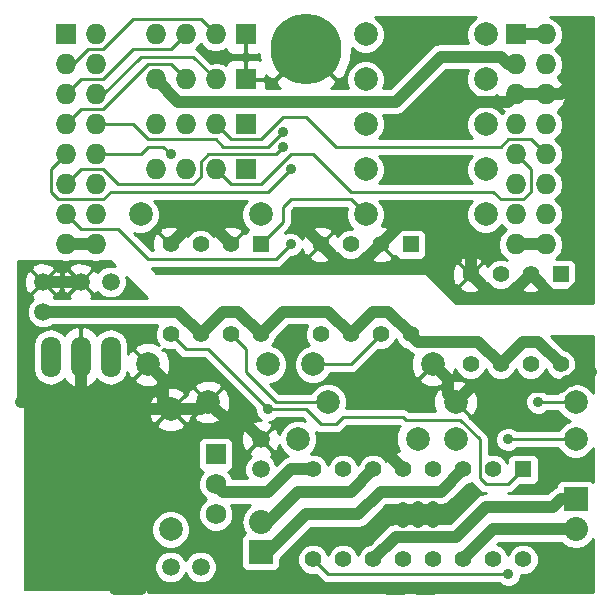
<source format=gbl>
%FSLAX34Y34*%
G04 Gerber Fmt 3.4, Leading zero omitted, Abs format*
G04 (created by PCBNEW (2014-jan-25)-product) date Sun 13 Jul 2014 08:05:19 AM PDT*
%MOIN*%
G01*
G70*
G90*
G04 APERTURE LIST*
%ADD10C,0.003937*%
%ADD11C,0.059100*%
%ADD12C,0.236220*%
%ADD13R,0.068000X0.068000*%
%ADD14C,0.068000*%
%ADD15O,0.068000X0.068000*%
%ADD16R,0.080000X0.080000*%
%ADD17O,0.080000X0.080000*%
%ADD18R,0.055000X0.055000*%
%ADD19C,0.055000*%
%ADD20C,0.078700*%
%ADD21O,0.066900X0.137800*%
%ADD22R,0.380000X0.620000*%
%ADD23C,0.035000*%
%ADD24C,0.040000*%
%ADD25C,0.010000*%
G04 APERTURE END LIST*
G54D10*
G54D11*
X33500Y-49750D03*
X32500Y-49750D03*
X36500Y-59250D03*
X35500Y-59250D03*
X31250Y-50750D03*
X31250Y-49750D03*
X38500Y-56000D03*
X38500Y-55000D03*
G54D12*
X40000Y-42000D03*
G54D13*
X37000Y-55500D03*
G54D14*
X37000Y-56500D03*
X37000Y-57500D03*
G54D13*
X32000Y-41500D03*
G54D15*
X33000Y-41500D03*
X32000Y-42500D03*
X33000Y-42500D03*
X32000Y-43500D03*
X33000Y-43500D03*
X32000Y-44500D03*
X33000Y-44500D03*
X32000Y-45500D03*
X33000Y-45500D03*
X32000Y-46500D03*
X33000Y-46500D03*
X32000Y-47500D03*
X33000Y-47500D03*
X32000Y-48500D03*
X33000Y-48500D03*
G54D13*
X47000Y-41500D03*
G54D15*
X48000Y-41500D03*
X47000Y-42500D03*
X48000Y-42500D03*
X47000Y-43500D03*
X48000Y-43500D03*
X47000Y-44500D03*
X48000Y-44500D03*
X47000Y-45500D03*
X48000Y-45500D03*
X47000Y-46500D03*
X48000Y-46500D03*
X47000Y-47500D03*
X48000Y-47500D03*
X47000Y-48500D03*
X48000Y-48500D03*
G54D13*
X38000Y-43000D03*
G54D15*
X37000Y-43000D03*
X36000Y-43000D03*
X35000Y-43000D03*
G54D13*
X38000Y-41500D03*
G54D15*
X37000Y-41500D03*
X36000Y-41500D03*
X35000Y-41500D03*
G54D16*
X38500Y-58750D03*
G54D17*
X38500Y-57750D03*
G54D16*
X49000Y-57000D03*
G54D17*
X49000Y-58000D03*
G54D13*
X38000Y-44500D03*
G54D15*
X37000Y-44500D03*
X36000Y-44500D03*
X35000Y-44500D03*
G54D13*
X38000Y-46000D03*
G54D15*
X37000Y-46000D03*
X36000Y-46000D03*
X35000Y-46000D03*
G54D18*
X47250Y-56000D03*
G54D19*
X46250Y-56000D03*
X45250Y-56000D03*
X44250Y-56000D03*
X43250Y-56000D03*
X42250Y-56000D03*
X41250Y-56000D03*
X40250Y-56000D03*
X40250Y-59000D03*
X41250Y-59000D03*
X42250Y-59000D03*
X43250Y-59000D03*
X44250Y-59000D03*
X45250Y-59000D03*
X46250Y-59000D03*
X47250Y-59000D03*
G54D20*
X35500Y-54000D03*
X35500Y-58000D03*
X46000Y-47500D03*
X42000Y-47500D03*
X34500Y-47500D03*
X38500Y-47500D03*
X42000Y-46000D03*
X46000Y-46000D03*
X42000Y-44500D03*
X46000Y-44500D03*
X42000Y-43000D03*
X46000Y-43000D03*
X42000Y-41500D03*
X46000Y-41500D03*
X36750Y-53750D03*
X40750Y-53750D03*
X34750Y-52500D03*
X38750Y-52500D03*
X44250Y-52500D03*
X40250Y-52500D03*
X43750Y-55000D03*
X39750Y-55000D03*
X45000Y-53750D03*
X49000Y-53750D03*
X45000Y-55000D03*
X49000Y-55000D03*
G54D21*
X32500Y-52250D03*
X33500Y-52250D03*
X31500Y-52250D03*
G54D22*
X32500Y-56950D03*
G54D18*
X48500Y-49500D03*
G54D19*
X47500Y-49500D03*
X46500Y-49500D03*
X45500Y-49500D03*
X45500Y-52500D03*
X46500Y-52500D03*
X47500Y-52500D03*
X48500Y-52500D03*
G54D18*
X43500Y-48500D03*
G54D19*
X42500Y-48500D03*
X41500Y-48500D03*
X40500Y-48500D03*
X40500Y-51500D03*
X41500Y-51500D03*
X42500Y-51500D03*
X43500Y-51500D03*
G54D18*
X38500Y-48500D03*
G54D19*
X37500Y-48500D03*
X36500Y-48500D03*
X35500Y-48500D03*
X35500Y-51500D03*
X36500Y-51500D03*
X37500Y-51500D03*
X38500Y-51500D03*
G54D23*
X49500Y-52750D03*
X44250Y-57250D03*
X43250Y-57750D03*
X44250Y-57750D03*
X43250Y-57250D03*
X43750Y-57750D03*
X43750Y-57250D03*
X42500Y-55250D03*
X41750Y-55250D03*
X41750Y-54750D03*
X42500Y-54750D03*
X41750Y-53750D03*
X41750Y-53000D03*
X42750Y-53000D03*
X42750Y-53750D03*
X43500Y-53750D03*
X44250Y-60000D03*
X43750Y-60000D03*
X43250Y-60000D03*
X42750Y-60000D03*
X44750Y-60000D03*
X39250Y-44750D03*
X39500Y-46000D03*
X35500Y-45500D03*
X39250Y-45250D03*
X39500Y-48500D03*
X44750Y-48000D03*
X43750Y-46000D03*
X44500Y-43750D03*
X43750Y-47500D03*
X45000Y-46250D03*
X49000Y-43000D03*
X37250Y-47250D03*
X39750Y-47500D03*
X48500Y-49500D03*
X38750Y-54000D03*
X46750Y-59500D03*
X47750Y-53750D03*
X46750Y-55000D03*
G54D24*
X33000Y-48500D02*
X32000Y-48500D01*
X48000Y-41500D02*
X47000Y-41500D01*
X33650Y-60000D02*
X34500Y-60000D01*
X34500Y-54000D02*
X34500Y-53750D01*
X34500Y-60000D02*
X34500Y-54000D01*
X34500Y-53750D02*
X30500Y-53750D01*
X48000Y-48500D02*
X47000Y-48500D01*
X32500Y-52250D02*
X32500Y-58850D01*
X49150Y-52750D02*
X48850Y-53050D01*
X48850Y-53050D02*
X48700Y-53050D01*
X48700Y-53050D02*
X48500Y-53250D01*
X48500Y-53250D02*
X45500Y-53250D01*
X45500Y-53250D02*
X45000Y-53750D01*
X49500Y-52750D02*
X49150Y-52750D01*
X44750Y-53000D02*
X44250Y-52500D01*
X44750Y-53500D02*
X44750Y-53000D01*
X45000Y-53750D02*
X44750Y-53500D01*
X36500Y-54000D02*
X34500Y-54000D01*
X36750Y-53750D02*
X36500Y-54000D01*
X35250Y-53000D02*
X34750Y-52500D01*
X35250Y-53750D02*
X35250Y-53000D01*
X35500Y-54000D02*
X35250Y-53750D01*
X38000Y-54500D02*
X37500Y-54500D01*
X37500Y-54500D02*
X36750Y-53750D01*
X38500Y-55000D02*
X38000Y-54500D01*
X32500Y-49750D02*
X31250Y-49750D01*
X44250Y-57250D02*
X44250Y-57250D01*
X43250Y-57750D02*
X43250Y-57749D01*
X44250Y-57750D02*
X44250Y-57749D01*
X43750Y-57750D02*
X43750Y-57749D01*
X43750Y-57250D02*
X43750Y-57250D01*
X41750Y-55250D02*
X41750Y-54750D01*
X43250Y-56000D02*
X42500Y-55250D01*
X41750Y-53750D02*
X41750Y-53000D01*
X42750Y-53000D02*
X42750Y-53750D01*
X44250Y-60000D02*
X43750Y-60000D01*
X43250Y-60000D02*
X42750Y-60000D01*
G54D25*
X32000Y-42500D02*
X32250Y-42500D01*
X32250Y-42500D02*
X32750Y-42000D01*
X32750Y-42000D02*
X33250Y-42000D01*
X33250Y-42000D02*
X34250Y-41000D01*
X34250Y-41000D02*
X36500Y-41000D01*
X36500Y-41000D02*
X37000Y-41500D01*
X32000Y-43500D02*
X32500Y-43000D01*
X35500Y-42000D02*
X36000Y-41500D01*
X34250Y-42000D02*
X35500Y-42000D01*
X33250Y-43000D02*
X34250Y-42000D01*
X32500Y-43000D02*
X33250Y-43000D01*
X33000Y-43500D02*
X33250Y-43500D01*
X33250Y-43500D02*
X34500Y-42250D01*
X36250Y-42250D02*
X37000Y-43000D01*
X34500Y-42250D02*
X36250Y-42250D01*
X33000Y-43500D02*
X33125Y-43375D01*
X33000Y-43500D02*
X32825Y-43674D01*
X32000Y-44500D02*
X32500Y-44000D01*
X35500Y-42500D02*
X36000Y-43000D01*
X34750Y-42500D02*
X35500Y-42500D01*
X33250Y-44000D02*
X34750Y-42500D01*
X32500Y-44000D02*
X33250Y-44000D01*
X37000Y-45000D02*
X37250Y-45250D01*
X33000Y-44500D02*
X34250Y-44500D01*
X34750Y-45000D02*
X37000Y-45000D01*
X34250Y-44500D02*
X34750Y-45000D01*
X38750Y-45250D02*
X39250Y-44750D01*
X37250Y-45250D02*
X38750Y-45250D01*
X31500Y-46750D02*
X31500Y-46000D01*
X31750Y-47000D02*
X31500Y-46750D01*
X33250Y-47000D02*
X31750Y-47000D01*
X33500Y-46750D02*
X33250Y-47000D01*
X32000Y-45500D02*
X31500Y-46000D01*
X38750Y-46750D02*
X39500Y-46000D01*
X33500Y-46750D02*
X38750Y-46750D01*
X33000Y-45500D02*
X34500Y-45500D01*
X35250Y-45250D02*
X35500Y-45500D01*
X34750Y-45250D02*
X35250Y-45250D01*
X34500Y-45500D02*
X34750Y-45250D01*
X36250Y-46500D02*
X36500Y-46250D01*
X36500Y-45750D02*
X36750Y-45500D01*
X36500Y-46250D02*
X36500Y-45750D01*
X32500Y-46000D02*
X33250Y-46000D01*
X33250Y-46000D02*
X33750Y-46500D01*
X33750Y-46500D02*
X36250Y-46500D01*
X32000Y-46500D02*
X32500Y-46000D01*
X39000Y-45500D02*
X39250Y-45250D01*
X36750Y-45500D02*
X39000Y-45500D01*
X34750Y-49000D02*
X39000Y-49000D01*
X39000Y-49000D02*
X39500Y-48500D01*
X32000Y-47500D02*
X32500Y-48000D01*
X33750Y-48000D02*
X34750Y-49000D01*
X32500Y-48000D02*
X33750Y-48000D01*
G54D24*
X47000Y-42500D02*
X46750Y-42500D01*
X46750Y-42500D02*
X46500Y-42250D01*
X46500Y-42250D02*
X44500Y-42250D01*
X44500Y-42250D02*
X43000Y-43750D01*
X43000Y-43750D02*
X35750Y-43750D01*
X35750Y-43750D02*
X35000Y-43000D01*
G54D25*
X37000Y-46000D02*
X37500Y-46500D01*
X47500Y-46000D02*
X47000Y-45500D01*
X47500Y-46750D02*
X47500Y-46000D01*
X47250Y-47000D02*
X47500Y-46750D01*
X46500Y-47000D02*
X47250Y-47000D01*
X46250Y-46750D02*
X46500Y-47000D01*
X41500Y-46750D02*
X46250Y-46750D01*
X40250Y-45500D02*
X41500Y-46750D01*
X39500Y-45500D02*
X40250Y-45500D01*
X38500Y-46500D02*
X39500Y-45500D01*
X37500Y-46500D02*
X38500Y-46500D01*
X37000Y-44500D02*
X37500Y-45000D01*
X47500Y-45000D02*
X48000Y-45500D01*
X46750Y-45000D02*
X47500Y-45000D01*
X46500Y-45250D02*
X46750Y-45000D01*
X41000Y-45250D02*
X46500Y-45250D01*
X40000Y-44250D02*
X41000Y-45250D01*
X39250Y-44250D02*
X40000Y-44250D01*
X38500Y-45000D02*
X39250Y-44250D01*
X37500Y-45000D02*
X38500Y-45000D01*
G54D24*
X47250Y-51750D02*
X47750Y-51750D01*
X47750Y-51750D02*
X48500Y-52500D01*
X46500Y-52500D02*
X47250Y-51750D01*
X46500Y-52500D02*
X45750Y-51750D01*
X43750Y-51750D02*
X43500Y-51500D01*
X45750Y-51750D02*
X43750Y-51750D01*
X41500Y-51500D02*
X42250Y-50750D01*
X42750Y-50750D02*
X43500Y-51500D01*
X38500Y-51500D02*
X39250Y-50750D01*
X40750Y-50750D02*
X41500Y-51500D01*
X39250Y-50750D02*
X40750Y-50750D01*
X36500Y-51500D02*
X37250Y-50750D01*
X37250Y-50750D02*
X37750Y-50750D01*
X37750Y-50750D02*
X38500Y-51500D01*
X31250Y-50750D02*
X35750Y-50750D01*
X35750Y-50750D02*
X36500Y-51500D01*
X42250Y-50750D02*
X42750Y-50750D01*
X40500Y-48500D02*
X41250Y-49250D01*
X41750Y-49250D02*
X42500Y-48500D01*
X41250Y-49250D02*
X41750Y-49250D01*
X35500Y-48500D02*
X36250Y-47750D01*
X36750Y-47750D02*
X37500Y-48500D01*
X36250Y-47750D02*
X36750Y-47750D01*
X43750Y-46000D02*
X44000Y-46250D01*
X47000Y-43500D02*
X46750Y-43750D01*
X46750Y-43750D02*
X44500Y-43750D01*
X45500Y-48750D02*
X45500Y-49500D01*
X44250Y-47500D02*
X44750Y-48000D01*
X44750Y-48000D02*
X45500Y-48750D01*
X43750Y-47500D02*
X44250Y-47500D01*
X44000Y-46250D02*
X45000Y-46250D01*
X48000Y-43500D02*
X47000Y-43500D01*
X46250Y-50250D02*
X46750Y-50250D01*
X46750Y-50250D02*
X47500Y-49500D01*
X45500Y-49500D02*
X46250Y-50250D01*
X48500Y-43500D02*
X49000Y-43000D01*
X48000Y-43500D02*
X48500Y-43500D01*
X43500Y-47500D02*
X43750Y-47500D01*
X42500Y-48500D02*
X43500Y-47500D01*
X49250Y-43250D02*
X49000Y-43000D01*
X49250Y-49750D02*
X49250Y-43250D01*
X48750Y-50250D02*
X49250Y-49750D01*
X48250Y-50250D02*
X48750Y-50250D01*
X47500Y-49500D02*
X48250Y-50250D01*
X40500Y-48500D02*
X39750Y-47750D01*
X39750Y-47750D02*
X39750Y-47500D01*
X40250Y-56000D02*
X39500Y-56000D01*
X39500Y-56000D02*
X38750Y-56750D01*
X37000Y-56500D02*
X37250Y-56750D01*
X37250Y-56750D02*
X38750Y-56750D01*
G54D25*
X38500Y-48500D02*
X39250Y-47750D01*
X41500Y-47000D02*
X39500Y-47000D01*
X39500Y-47000D02*
X39250Y-47250D01*
X39250Y-47250D02*
X39250Y-47750D01*
X42000Y-47500D02*
X41500Y-47000D01*
X37500Y-51500D02*
X38000Y-52000D01*
X39000Y-53750D02*
X40750Y-53750D01*
X38000Y-52750D02*
X39000Y-53750D01*
X38000Y-52000D02*
X38000Y-52750D01*
X43250Y-54250D02*
X41250Y-54250D01*
X41250Y-54250D02*
X41000Y-54500D01*
X36000Y-52000D02*
X35500Y-51500D01*
X36750Y-52000D02*
X36000Y-52000D01*
X38750Y-54000D02*
X36750Y-52000D01*
X40000Y-54000D02*
X38750Y-54000D01*
X40500Y-54500D02*
X40000Y-54000D01*
X41000Y-54500D02*
X40500Y-54500D01*
X46750Y-56500D02*
X47250Y-56000D01*
X46000Y-56500D02*
X46750Y-56500D01*
X45800Y-56300D02*
X46000Y-56500D01*
X45800Y-55000D02*
X45800Y-56300D01*
X45150Y-54350D02*
X45800Y-55000D01*
X43350Y-54350D02*
X45150Y-54350D01*
X43250Y-54250D02*
X43350Y-54350D01*
X41500Y-52500D02*
X42500Y-51500D01*
X40250Y-52500D02*
X41500Y-52500D01*
X40250Y-59000D02*
X40750Y-59500D01*
X40750Y-59500D02*
X46750Y-59500D01*
X49000Y-53750D02*
X48750Y-53750D01*
X49000Y-53750D02*
X47750Y-53750D01*
X49000Y-55000D02*
X46750Y-55000D01*
G54D24*
X40000Y-57500D02*
X41750Y-57500D01*
X42500Y-56750D02*
X44500Y-56750D01*
X41750Y-57500D02*
X42500Y-56750D01*
X38500Y-58750D02*
X38750Y-58750D01*
X44500Y-56750D02*
X45250Y-56000D01*
X38750Y-58750D02*
X40000Y-57500D01*
X38750Y-57750D02*
X39750Y-56750D01*
X39750Y-56750D02*
X41500Y-56750D01*
X38500Y-57750D02*
X38750Y-57750D01*
X41500Y-56750D02*
X42250Y-56000D01*
X48500Y-57000D02*
X48499Y-57000D01*
X48249Y-57250D02*
X46000Y-57250D01*
X48499Y-57000D02*
X48249Y-57250D01*
X49000Y-57000D02*
X48500Y-57000D01*
X43000Y-58250D02*
X42250Y-59000D01*
X45000Y-58250D02*
X43000Y-58250D01*
X46000Y-57250D02*
X45000Y-58250D01*
X45250Y-59000D02*
X46250Y-58000D01*
X46250Y-58000D02*
X49000Y-58000D01*
G54D25*
G36*
X38017Y-44510D02*
X38010Y-44510D01*
X38010Y-44517D01*
X37990Y-44517D01*
X37990Y-44510D01*
X37982Y-44510D01*
X37982Y-44490D01*
X37990Y-44490D01*
X37990Y-44482D01*
X38010Y-44482D01*
X38010Y-44490D01*
X38017Y-44490D01*
X38017Y-44510D01*
X38017Y-44510D01*
G37*
X38017Y-44510D02*
X38010Y-44510D01*
X38010Y-44517D01*
X37990Y-44517D01*
X37990Y-44510D01*
X37982Y-44510D01*
X37982Y-44490D01*
X37990Y-44490D01*
X37990Y-44482D01*
X38010Y-44482D01*
X38010Y-44490D01*
X38017Y-44490D01*
X38017Y-44510D01*
G36*
X38017Y-46010D02*
X38010Y-46010D01*
X38010Y-46017D01*
X37990Y-46017D01*
X37990Y-46010D01*
X37982Y-46010D01*
X37982Y-45990D01*
X37990Y-45990D01*
X37990Y-45982D01*
X38010Y-45982D01*
X38010Y-45990D01*
X38017Y-45990D01*
X38017Y-46010D01*
X38017Y-46010D01*
G37*
X38017Y-46010D02*
X38010Y-46010D01*
X38010Y-46017D01*
X37990Y-46017D01*
X37990Y-46010D01*
X37982Y-46010D01*
X37982Y-45990D01*
X37990Y-45990D01*
X37990Y-45982D01*
X38010Y-45982D01*
X38010Y-45990D01*
X38017Y-45990D01*
X38017Y-46010D01*
G36*
X38097Y-48007D02*
X38083Y-48013D01*
X38013Y-48083D01*
X37993Y-48130D01*
X37895Y-48118D01*
X37881Y-48132D01*
X37881Y-48104D01*
X37866Y-47978D01*
X37639Y-47878D01*
X37390Y-47872D01*
X37158Y-47961D01*
X37133Y-47978D01*
X37118Y-48104D01*
X37500Y-48485D01*
X37881Y-48104D01*
X37881Y-48132D01*
X37514Y-48500D01*
X37519Y-48505D01*
X37505Y-48519D01*
X37500Y-48514D01*
X37494Y-48519D01*
X37480Y-48505D01*
X37485Y-48500D01*
X37104Y-48118D01*
X36978Y-48133D01*
X36946Y-48206D01*
X36945Y-48203D01*
X36797Y-48055D01*
X36604Y-47975D01*
X36396Y-47974D01*
X36203Y-48054D01*
X36055Y-48202D01*
X36055Y-48202D01*
X36038Y-48158D01*
X36021Y-48133D01*
X35895Y-48118D01*
X35881Y-48132D01*
X35881Y-48104D01*
X35866Y-47978D01*
X35639Y-47878D01*
X35390Y-47872D01*
X35158Y-47961D01*
X35133Y-47978D01*
X35118Y-48104D01*
X35500Y-48485D01*
X35881Y-48104D01*
X35881Y-48132D01*
X35514Y-48500D01*
X35519Y-48505D01*
X35505Y-48519D01*
X35500Y-48514D01*
X35494Y-48519D01*
X35480Y-48505D01*
X35485Y-48500D01*
X35104Y-48118D01*
X34978Y-48133D01*
X34878Y-48360D01*
X34872Y-48609D01*
X34907Y-48700D01*
X34874Y-48700D01*
X34279Y-48105D01*
X34371Y-48143D01*
X34627Y-48143D01*
X34864Y-48045D01*
X35045Y-47864D01*
X35143Y-47628D01*
X35143Y-47372D01*
X35045Y-47135D01*
X34960Y-47050D01*
X38039Y-47050D01*
X37954Y-47135D01*
X37856Y-47371D01*
X37856Y-47627D01*
X37954Y-47864D01*
X38097Y-48007D01*
X38097Y-48007D01*
G37*
X38097Y-48007D02*
X38083Y-48013D01*
X38013Y-48083D01*
X37993Y-48130D01*
X37895Y-48118D01*
X37881Y-48132D01*
X37881Y-48104D01*
X37866Y-47978D01*
X37639Y-47878D01*
X37390Y-47872D01*
X37158Y-47961D01*
X37133Y-47978D01*
X37118Y-48104D01*
X37500Y-48485D01*
X37881Y-48104D01*
X37881Y-48132D01*
X37514Y-48500D01*
X37519Y-48505D01*
X37505Y-48519D01*
X37500Y-48514D01*
X37494Y-48519D01*
X37480Y-48505D01*
X37485Y-48500D01*
X37104Y-48118D01*
X36978Y-48133D01*
X36946Y-48206D01*
X36945Y-48203D01*
X36797Y-48055D01*
X36604Y-47975D01*
X36396Y-47974D01*
X36203Y-48054D01*
X36055Y-48202D01*
X36055Y-48202D01*
X36038Y-48158D01*
X36021Y-48133D01*
X35895Y-48118D01*
X35881Y-48132D01*
X35881Y-48104D01*
X35866Y-47978D01*
X35639Y-47878D01*
X35390Y-47872D01*
X35158Y-47961D01*
X35133Y-47978D01*
X35118Y-48104D01*
X35500Y-48485D01*
X35881Y-48104D01*
X35881Y-48132D01*
X35514Y-48500D01*
X35519Y-48505D01*
X35505Y-48519D01*
X35500Y-48514D01*
X35494Y-48519D01*
X35480Y-48505D01*
X35485Y-48500D01*
X35104Y-48118D01*
X34978Y-48133D01*
X34878Y-48360D01*
X34872Y-48609D01*
X34907Y-48700D01*
X34874Y-48700D01*
X34279Y-48105D01*
X34371Y-48143D01*
X34627Y-48143D01*
X34864Y-48045D01*
X35045Y-47864D01*
X35143Y-47628D01*
X35143Y-47372D01*
X35045Y-47135D01*
X34960Y-47050D01*
X38039Y-47050D01*
X37954Y-47135D01*
X37856Y-47371D01*
X37856Y-47627D01*
X37954Y-47864D01*
X38097Y-48007D01*
G36*
X45539Y-46450D02*
X42460Y-46450D01*
X42545Y-46364D01*
X42643Y-46128D01*
X42643Y-45872D01*
X42545Y-45635D01*
X42460Y-45550D01*
X45539Y-45550D01*
X45454Y-45635D01*
X45356Y-45871D01*
X45356Y-46127D01*
X45454Y-46364D01*
X45539Y-46450D01*
X45539Y-46450D01*
G37*
X45539Y-46450D02*
X42460Y-46450D01*
X42545Y-46364D01*
X42643Y-46128D01*
X42643Y-45872D01*
X42545Y-45635D01*
X42460Y-45550D01*
X45539Y-45550D01*
X45454Y-45635D01*
X45356Y-45871D01*
X45356Y-46127D01*
X45454Y-46364D01*
X45539Y-46450D01*
G36*
X45696Y-40929D02*
X45635Y-40954D01*
X45454Y-41135D01*
X45356Y-41371D01*
X45356Y-41627D01*
X45427Y-41800D01*
X44500Y-41800D01*
X44327Y-41834D01*
X44181Y-41931D01*
X42813Y-43300D01*
X42572Y-43300D01*
X42643Y-43128D01*
X42643Y-42872D01*
X42545Y-42635D01*
X42364Y-42454D01*
X42128Y-42356D01*
X41872Y-42356D01*
X41635Y-42454D01*
X41454Y-42635D01*
X41356Y-42871D01*
X41356Y-43127D01*
X41427Y-43300D01*
X40862Y-43300D01*
X40909Y-43268D01*
X41034Y-43049D01*
X40000Y-42014D01*
X38965Y-43049D01*
X39090Y-43268D01*
X39159Y-43300D01*
X38690Y-43300D01*
X38690Y-43270D01*
X38690Y-43097D01*
X38602Y-43010D01*
X38010Y-43010D01*
X38010Y-43017D01*
X37990Y-43017D01*
X37990Y-43010D01*
X37982Y-43010D01*
X37982Y-42990D01*
X37990Y-42990D01*
X37990Y-42397D01*
X37902Y-42310D01*
X37590Y-42310D01*
X37461Y-42363D01*
X37363Y-42461D01*
X37338Y-42522D01*
X37237Y-42454D01*
X37011Y-42410D01*
X36988Y-42410D01*
X36859Y-42435D01*
X36462Y-42037D01*
X36364Y-41972D01*
X36349Y-41969D01*
X36428Y-41917D01*
X36500Y-41810D01*
X36571Y-41917D01*
X36762Y-42045D01*
X36988Y-42090D01*
X37011Y-42090D01*
X37237Y-42045D01*
X37338Y-41977D01*
X37363Y-42038D01*
X37461Y-42136D01*
X37590Y-42190D01*
X37902Y-42190D01*
X37990Y-42102D01*
X37990Y-41510D01*
X37982Y-41510D01*
X37982Y-41490D01*
X37990Y-41490D01*
X37990Y-41482D01*
X38010Y-41482D01*
X38010Y-41490D01*
X38017Y-41490D01*
X38017Y-41510D01*
X38010Y-41510D01*
X38010Y-42102D01*
X38097Y-42190D01*
X38409Y-42190D01*
X38462Y-42168D01*
X38459Y-42254D01*
X38493Y-42344D01*
X38409Y-42310D01*
X38097Y-42310D01*
X38010Y-42397D01*
X38010Y-42990D01*
X38602Y-42990D01*
X38690Y-42902D01*
X38690Y-42847D01*
X38731Y-42909D01*
X38950Y-43034D01*
X39985Y-42000D01*
X39980Y-41994D01*
X39994Y-41980D01*
X40000Y-41985D01*
X40005Y-41980D01*
X40019Y-41994D01*
X40014Y-42000D01*
X41049Y-43034D01*
X41268Y-42909D01*
X41520Y-42354D01*
X41533Y-41943D01*
X41635Y-42045D01*
X41871Y-42143D01*
X42127Y-42143D01*
X42364Y-42045D01*
X42545Y-41864D01*
X42643Y-41628D01*
X42643Y-41372D01*
X42545Y-41135D01*
X42364Y-40954D01*
X42303Y-40929D01*
X45696Y-40929D01*
X45696Y-40929D01*
G37*
X45696Y-40929D02*
X45635Y-40954D01*
X45454Y-41135D01*
X45356Y-41371D01*
X45356Y-41627D01*
X45427Y-41800D01*
X44500Y-41800D01*
X44327Y-41834D01*
X44181Y-41931D01*
X42813Y-43300D01*
X42572Y-43300D01*
X42643Y-43128D01*
X42643Y-42872D01*
X42545Y-42635D01*
X42364Y-42454D01*
X42128Y-42356D01*
X41872Y-42356D01*
X41635Y-42454D01*
X41454Y-42635D01*
X41356Y-42871D01*
X41356Y-43127D01*
X41427Y-43300D01*
X40862Y-43300D01*
X40909Y-43268D01*
X41034Y-43049D01*
X40000Y-42014D01*
X38965Y-43049D01*
X39090Y-43268D01*
X39159Y-43300D01*
X38690Y-43300D01*
X38690Y-43270D01*
X38690Y-43097D01*
X38602Y-43010D01*
X38010Y-43010D01*
X38010Y-43017D01*
X37990Y-43017D01*
X37990Y-43010D01*
X37982Y-43010D01*
X37982Y-42990D01*
X37990Y-42990D01*
X37990Y-42397D01*
X37902Y-42310D01*
X37590Y-42310D01*
X37461Y-42363D01*
X37363Y-42461D01*
X37338Y-42522D01*
X37237Y-42454D01*
X37011Y-42410D01*
X36988Y-42410D01*
X36859Y-42435D01*
X36462Y-42037D01*
X36364Y-41972D01*
X36349Y-41969D01*
X36428Y-41917D01*
X36500Y-41810D01*
X36571Y-41917D01*
X36762Y-42045D01*
X36988Y-42090D01*
X37011Y-42090D01*
X37237Y-42045D01*
X37338Y-41977D01*
X37363Y-42038D01*
X37461Y-42136D01*
X37590Y-42190D01*
X37902Y-42190D01*
X37990Y-42102D01*
X37990Y-41510D01*
X37982Y-41510D01*
X37982Y-41490D01*
X37990Y-41490D01*
X37990Y-41482D01*
X38010Y-41482D01*
X38010Y-41490D01*
X38017Y-41490D01*
X38017Y-41510D01*
X38010Y-41510D01*
X38010Y-42102D01*
X38097Y-42190D01*
X38409Y-42190D01*
X38462Y-42168D01*
X38459Y-42254D01*
X38493Y-42344D01*
X38409Y-42310D01*
X38097Y-42310D01*
X38010Y-42397D01*
X38010Y-42990D01*
X38602Y-42990D01*
X38690Y-42902D01*
X38690Y-42847D01*
X38731Y-42909D01*
X38950Y-43034D01*
X39985Y-42000D01*
X39980Y-41994D01*
X39994Y-41980D01*
X40000Y-41985D01*
X40005Y-41980D01*
X40019Y-41994D01*
X40014Y-42000D01*
X41049Y-43034D01*
X41268Y-42909D01*
X41520Y-42354D01*
X41533Y-41943D01*
X41635Y-42045D01*
X41871Y-42143D01*
X42127Y-42143D01*
X42364Y-42045D01*
X42545Y-41864D01*
X42643Y-41628D01*
X42643Y-41372D01*
X42545Y-41135D01*
X42364Y-40954D01*
X42303Y-40929D01*
X45696Y-40929D01*
G36*
X46599Y-44060D02*
X46582Y-44071D01*
X46542Y-44132D01*
X46364Y-43954D01*
X46128Y-43856D01*
X45872Y-43856D01*
X45635Y-43954D01*
X45454Y-44135D01*
X45356Y-44371D01*
X45356Y-44627D01*
X45454Y-44864D01*
X45539Y-44950D01*
X42460Y-44950D01*
X42545Y-44864D01*
X42643Y-44628D01*
X42643Y-44372D01*
X42572Y-44200D01*
X43000Y-44200D01*
X43172Y-44165D01*
X43318Y-44068D01*
X44686Y-42700D01*
X45427Y-42700D01*
X45356Y-42871D01*
X45356Y-43127D01*
X45454Y-43364D01*
X45635Y-43545D01*
X45871Y-43643D01*
X46127Y-43643D01*
X46364Y-43545D01*
X46391Y-43518D01*
X46320Y-43617D01*
X46416Y-43869D01*
X46599Y-44060D01*
X46599Y-44060D01*
G37*
X46599Y-44060D02*
X46582Y-44071D01*
X46542Y-44132D01*
X46364Y-43954D01*
X46128Y-43856D01*
X45872Y-43856D01*
X45635Y-43954D01*
X45454Y-44135D01*
X45356Y-44371D01*
X45356Y-44627D01*
X45454Y-44864D01*
X45539Y-44950D01*
X42460Y-44950D01*
X42545Y-44864D01*
X42643Y-44628D01*
X42643Y-44372D01*
X42572Y-44200D01*
X43000Y-44200D01*
X43172Y-44165D01*
X43318Y-44068D01*
X44686Y-42700D01*
X45427Y-42700D01*
X45356Y-42871D01*
X45356Y-43127D01*
X45454Y-43364D01*
X45635Y-43545D01*
X45871Y-43643D01*
X46127Y-43643D01*
X46364Y-43545D01*
X46391Y-43518D01*
X46320Y-43617D01*
X46416Y-43869D01*
X46599Y-44060D01*
G36*
X49572Y-50450D02*
X47881Y-50450D01*
X47881Y-49895D01*
X47500Y-49514D01*
X47118Y-49895D01*
X47133Y-50021D01*
X47360Y-50121D01*
X47609Y-50127D01*
X47841Y-50038D01*
X47866Y-50021D01*
X47881Y-49895D01*
X47881Y-50450D01*
X45881Y-50450D01*
X45881Y-49895D01*
X45500Y-49514D01*
X45485Y-49528D01*
X45485Y-49500D01*
X45104Y-49118D01*
X44978Y-49133D01*
X44878Y-49360D01*
X44872Y-49609D01*
X44961Y-49841D01*
X44978Y-49866D01*
X45104Y-49881D01*
X45485Y-49500D01*
X45485Y-49528D01*
X45118Y-49895D01*
X45133Y-50021D01*
X45360Y-50121D01*
X45609Y-50127D01*
X45841Y-50038D01*
X45866Y-50021D01*
X45881Y-49895D01*
X45881Y-50450D01*
X45020Y-50450D01*
X44025Y-49454D01*
X44025Y-48824D01*
X44025Y-48725D01*
X44025Y-48175D01*
X43986Y-48083D01*
X43916Y-48013D01*
X43824Y-47975D01*
X43725Y-47975D01*
X43175Y-47975D01*
X43083Y-48013D01*
X43013Y-48083D01*
X42993Y-48130D01*
X42895Y-48118D01*
X42514Y-48500D01*
X42895Y-48881D01*
X42993Y-48869D01*
X43013Y-48916D01*
X43083Y-48986D01*
X43175Y-49025D01*
X43274Y-49025D01*
X43824Y-49025D01*
X43916Y-48986D01*
X43986Y-48916D01*
X44025Y-48824D01*
X44025Y-49454D01*
X44020Y-49450D01*
X42881Y-49450D01*
X42881Y-48895D01*
X42500Y-48514D01*
X42118Y-48895D01*
X42133Y-49021D01*
X42360Y-49121D01*
X42609Y-49127D01*
X42841Y-49038D01*
X42866Y-49021D01*
X42881Y-48895D01*
X42881Y-49450D01*
X40881Y-49450D01*
X40881Y-48895D01*
X40500Y-48514D01*
X40118Y-48895D01*
X40133Y-49021D01*
X40360Y-49121D01*
X40609Y-49127D01*
X40841Y-49038D01*
X40866Y-49021D01*
X40881Y-48895D01*
X40881Y-49450D01*
X35022Y-49450D01*
X34894Y-49300D01*
X39000Y-49300D01*
X39000Y-49299D01*
X39114Y-49277D01*
X39114Y-49277D01*
X39212Y-49212D01*
X39499Y-48924D01*
X39584Y-48925D01*
X39740Y-48860D01*
X39860Y-48741D01*
X39892Y-48662D01*
X39961Y-48841D01*
X39978Y-48866D01*
X40104Y-48881D01*
X40485Y-48500D01*
X40104Y-48118D01*
X39978Y-48133D01*
X39890Y-48332D01*
X39860Y-48259D01*
X39741Y-48139D01*
X39584Y-48075D01*
X39415Y-48074D01*
X39302Y-48121D01*
X39462Y-47962D01*
X39527Y-47864D01*
X39527Y-47864D01*
X39550Y-47750D01*
X39550Y-47374D01*
X39624Y-47300D01*
X41375Y-47300D01*
X41383Y-47307D01*
X41356Y-47371D01*
X41356Y-47627D01*
X41454Y-47864D01*
X41564Y-47975D01*
X41396Y-47974D01*
X41203Y-48054D01*
X41055Y-48202D01*
X41055Y-48202D01*
X41038Y-48158D01*
X41021Y-48133D01*
X40895Y-48118D01*
X40881Y-48132D01*
X40881Y-48104D01*
X40866Y-47978D01*
X40639Y-47878D01*
X40390Y-47872D01*
X40158Y-47961D01*
X40133Y-47978D01*
X40118Y-48104D01*
X40500Y-48485D01*
X40881Y-48104D01*
X40881Y-48132D01*
X40514Y-48500D01*
X40895Y-48881D01*
X41021Y-48866D01*
X41053Y-48793D01*
X41054Y-48797D01*
X41202Y-48944D01*
X41395Y-49024D01*
X41603Y-49025D01*
X41797Y-48945D01*
X41944Y-48797D01*
X41944Y-48797D01*
X41961Y-48841D01*
X41978Y-48866D01*
X42104Y-48881D01*
X42485Y-48500D01*
X42480Y-48494D01*
X42494Y-48480D01*
X42500Y-48485D01*
X42881Y-48104D01*
X42866Y-47978D01*
X42639Y-47878D01*
X42534Y-47875D01*
X42545Y-47864D01*
X42643Y-47628D01*
X42643Y-47372D01*
X42545Y-47135D01*
X42460Y-47050D01*
X45539Y-47050D01*
X45454Y-47135D01*
X45356Y-47371D01*
X45356Y-47627D01*
X45454Y-47864D01*
X45635Y-48045D01*
X45871Y-48143D01*
X46127Y-48143D01*
X46364Y-48045D01*
X46542Y-47867D01*
X46582Y-47928D01*
X46689Y-48000D01*
X46582Y-48071D01*
X46454Y-48262D01*
X46410Y-48488D01*
X46410Y-48511D01*
X46454Y-48737D01*
X46582Y-48928D01*
X46729Y-49026D01*
X46604Y-48975D01*
X46396Y-48974D01*
X46203Y-49054D01*
X46055Y-49202D01*
X46055Y-49202D01*
X46038Y-49158D01*
X46021Y-49133D01*
X45895Y-49118D01*
X45881Y-49132D01*
X45881Y-49104D01*
X45866Y-48978D01*
X45639Y-48878D01*
X45390Y-48872D01*
X45158Y-48961D01*
X45133Y-48978D01*
X45118Y-49104D01*
X45500Y-49485D01*
X45881Y-49104D01*
X45881Y-49132D01*
X45514Y-49500D01*
X45895Y-49881D01*
X46021Y-49866D01*
X46053Y-49793D01*
X46054Y-49797D01*
X46202Y-49944D01*
X46395Y-50024D01*
X46603Y-50025D01*
X46797Y-49945D01*
X46944Y-49797D01*
X46944Y-49797D01*
X46961Y-49841D01*
X46978Y-49866D01*
X47104Y-49881D01*
X47485Y-49500D01*
X47480Y-49494D01*
X47494Y-49480D01*
X47500Y-49485D01*
X47505Y-49480D01*
X47519Y-49494D01*
X47514Y-49500D01*
X47895Y-49881D01*
X47993Y-49869D01*
X48013Y-49916D01*
X48083Y-49986D01*
X48175Y-50025D01*
X48274Y-50025D01*
X48824Y-50025D01*
X48916Y-49986D01*
X48986Y-49916D01*
X49025Y-49824D01*
X49025Y-49725D01*
X49025Y-49175D01*
X48986Y-49083D01*
X48916Y-49013D01*
X48824Y-48975D01*
X48725Y-48975D01*
X48347Y-48975D01*
X48417Y-48928D01*
X48545Y-48737D01*
X48590Y-48511D01*
X48590Y-48488D01*
X48545Y-48262D01*
X48417Y-48071D01*
X48310Y-48000D01*
X48417Y-47928D01*
X48545Y-47737D01*
X48590Y-47511D01*
X48590Y-47488D01*
X48545Y-47262D01*
X48417Y-47071D01*
X48310Y-47000D01*
X48417Y-46928D01*
X48545Y-46737D01*
X48590Y-46511D01*
X48590Y-46488D01*
X48545Y-46262D01*
X48417Y-46071D01*
X48310Y-46000D01*
X48417Y-45928D01*
X48545Y-45737D01*
X48590Y-45511D01*
X48590Y-45488D01*
X48545Y-45262D01*
X48417Y-45071D01*
X48310Y-45000D01*
X48417Y-44928D01*
X48545Y-44737D01*
X48590Y-44511D01*
X48590Y-44488D01*
X48545Y-44262D01*
X48417Y-44071D01*
X48400Y-44060D01*
X48583Y-43869D01*
X48679Y-43617D01*
X48602Y-43510D01*
X48010Y-43510D01*
X48010Y-43517D01*
X47990Y-43517D01*
X47990Y-43510D01*
X47602Y-43510D01*
X47397Y-43510D01*
X47010Y-43510D01*
X47010Y-43517D01*
X46990Y-43517D01*
X46990Y-43510D01*
X46982Y-43510D01*
X46982Y-43490D01*
X46990Y-43490D01*
X46990Y-43482D01*
X47010Y-43482D01*
X47010Y-43490D01*
X47397Y-43490D01*
X47602Y-43490D01*
X47990Y-43490D01*
X47990Y-43482D01*
X48010Y-43482D01*
X48010Y-43490D01*
X48602Y-43490D01*
X48679Y-43382D01*
X48583Y-43130D01*
X48400Y-42939D01*
X48417Y-42928D01*
X48545Y-42737D01*
X48590Y-42511D01*
X48590Y-42488D01*
X48545Y-42262D01*
X48417Y-42071D01*
X48310Y-42000D01*
X48417Y-41928D01*
X48545Y-41737D01*
X48590Y-41511D01*
X48590Y-41488D01*
X48545Y-41262D01*
X48417Y-41071D01*
X48225Y-40943D01*
X48154Y-40929D01*
X49572Y-40929D01*
X49572Y-50450D01*
X49572Y-50450D01*
G37*
X49572Y-50450D02*
X47881Y-50450D01*
X47881Y-49895D01*
X47500Y-49514D01*
X47118Y-49895D01*
X47133Y-50021D01*
X47360Y-50121D01*
X47609Y-50127D01*
X47841Y-50038D01*
X47866Y-50021D01*
X47881Y-49895D01*
X47881Y-50450D01*
X45881Y-50450D01*
X45881Y-49895D01*
X45500Y-49514D01*
X45485Y-49528D01*
X45485Y-49500D01*
X45104Y-49118D01*
X44978Y-49133D01*
X44878Y-49360D01*
X44872Y-49609D01*
X44961Y-49841D01*
X44978Y-49866D01*
X45104Y-49881D01*
X45485Y-49500D01*
X45485Y-49528D01*
X45118Y-49895D01*
X45133Y-50021D01*
X45360Y-50121D01*
X45609Y-50127D01*
X45841Y-50038D01*
X45866Y-50021D01*
X45881Y-49895D01*
X45881Y-50450D01*
X45020Y-50450D01*
X44025Y-49454D01*
X44025Y-48824D01*
X44025Y-48725D01*
X44025Y-48175D01*
X43986Y-48083D01*
X43916Y-48013D01*
X43824Y-47975D01*
X43725Y-47975D01*
X43175Y-47975D01*
X43083Y-48013D01*
X43013Y-48083D01*
X42993Y-48130D01*
X42895Y-48118D01*
X42514Y-48500D01*
X42895Y-48881D01*
X42993Y-48869D01*
X43013Y-48916D01*
X43083Y-48986D01*
X43175Y-49025D01*
X43274Y-49025D01*
X43824Y-49025D01*
X43916Y-48986D01*
X43986Y-48916D01*
X44025Y-48824D01*
X44025Y-49454D01*
X44020Y-49450D01*
X42881Y-49450D01*
X42881Y-48895D01*
X42500Y-48514D01*
X42118Y-48895D01*
X42133Y-49021D01*
X42360Y-49121D01*
X42609Y-49127D01*
X42841Y-49038D01*
X42866Y-49021D01*
X42881Y-48895D01*
X42881Y-49450D01*
X40881Y-49450D01*
X40881Y-48895D01*
X40500Y-48514D01*
X40118Y-48895D01*
X40133Y-49021D01*
X40360Y-49121D01*
X40609Y-49127D01*
X40841Y-49038D01*
X40866Y-49021D01*
X40881Y-48895D01*
X40881Y-49450D01*
X35022Y-49450D01*
X34894Y-49300D01*
X39000Y-49300D01*
X39000Y-49299D01*
X39114Y-49277D01*
X39114Y-49277D01*
X39212Y-49212D01*
X39499Y-48924D01*
X39584Y-48925D01*
X39740Y-48860D01*
X39860Y-48741D01*
X39892Y-48662D01*
X39961Y-48841D01*
X39978Y-48866D01*
X40104Y-48881D01*
X40485Y-48500D01*
X40104Y-48118D01*
X39978Y-48133D01*
X39890Y-48332D01*
X39860Y-48259D01*
X39741Y-48139D01*
X39584Y-48075D01*
X39415Y-48074D01*
X39302Y-48121D01*
X39462Y-47962D01*
X39527Y-47864D01*
X39527Y-47864D01*
X39550Y-47750D01*
X39550Y-47374D01*
X39624Y-47300D01*
X41375Y-47300D01*
X41383Y-47307D01*
X41356Y-47371D01*
X41356Y-47627D01*
X41454Y-47864D01*
X41564Y-47975D01*
X41396Y-47974D01*
X41203Y-48054D01*
X41055Y-48202D01*
X41055Y-48202D01*
X41038Y-48158D01*
X41021Y-48133D01*
X40895Y-48118D01*
X40881Y-48132D01*
X40881Y-48104D01*
X40866Y-47978D01*
X40639Y-47878D01*
X40390Y-47872D01*
X40158Y-47961D01*
X40133Y-47978D01*
X40118Y-48104D01*
X40500Y-48485D01*
X40881Y-48104D01*
X40881Y-48132D01*
X40514Y-48500D01*
X40895Y-48881D01*
X41021Y-48866D01*
X41053Y-48793D01*
X41054Y-48797D01*
X41202Y-48944D01*
X41395Y-49024D01*
X41603Y-49025D01*
X41797Y-48945D01*
X41944Y-48797D01*
X41944Y-48797D01*
X41961Y-48841D01*
X41978Y-48866D01*
X42104Y-48881D01*
X42485Y-48500D01*
X42480Y-48494D01*
X42494Y-48480D01*
X42500Y-48485D01*
X42881Y-48104D01*
X42866Y-47978D01*
X42639Y-47878D01*
X42534Y-47875D01*
X42545Y-47864D01*
X42643Y-47628D01*
X42643Y-47372D01*
X42545Y-47135D01*
X42460Y-47050D01*
X45539Y-47050D01*
X45454Y-47135D01*
X45356Y-47371D01*
X45356Y-47627D01*
X45454Y-47864D01*
X45635Y-48045D01*
X45871Y-48143D01*
X46127Y-48143D01*
X46364Y-48045D01*
X46542Y-47867D01*
X46582Y-47928D01*
X46689Y-48000D01*
X46582Y-48071D01*
X46454Y-48262D01*
X46410Y-48488D01*
X46410Y-48511D01*
X46454Y-48737D01*
X46582Y-48928D01*
X46729Y-49026D01*
X46604Y-48975D01*
X46396Y-48974D01*
X46203Y-49054D01*
X46055Y-49202D01*
X46055Y-49202D01*
X46038Y-49158D01*
X46021Y-49133D01*
X45895Y-49118D01*
X45881Y-49132D01*
X45881Y-49104D01*
X45866Y-48978D01*
X45639Y-48878D01*
X45390Y-48872D01*
X45158Y-48961D01*
X45133Y-48978D01*
X45118Y-49104D01*
X45500Y-49485D01*
X45881Y-49104D01*
X45881Y-49132D01*
X45514Y-49500D01*
X45895Y-49881D01*
X46021Y-49866D01*
X46053Y-49793D01*
X46054Y-49797D01*
X46202Y-49944D01*
X46395Y-50024D01*
X46603Y-50025D01*
X46797Y-49945D01*
X46944Y-49797D01*
X46944Y-49797D01*
X46961Y-49841D01*
X46978Y-49866D01*
X47104Y-49881D01*
X47485Y-49500D01*
X47480Y-49494D01*
X47494Y-49480D01*
X47500Y-49485D01*
X47505Y-49480D01*
X47519Y-49494D01*
X47514Y-49500D01*
X47895Y-49881D01*
X47993Y-49869D01*
X48013Y-49916D01*
X48083Y-49986D01*
X48175Y-50025D01*
X48274Y-50025D01*
X48824Y-50025D01*
X48916Y-49986D01*
X48986Y-49916D01*
X49025Y-49824D01*
X49025Y-49725D01*
X49025Y-49175D01*
X48986Y-49083D01*
X48916Y-49013D01*
X48824Y-48975D01*
X48725Y-48975D01*
X48347Y-48975D01*
X48417Y-48928D01*
X48545Y-48737D01*
X48590Y-48511D01*
X48590Y-48488D01*
X48545Y-48262D01*
X48417Y-48071D01*
X48310Y-48000D01*
X48417Y-47928D01*
X48545Y-47737D01*
X48590Y-47511D01*
X48590Y-47488D01*
X48545Y-47262D01*
X48417Y-47071D01*
X48310Y-47000D01*
X48417Y-46928D01*
X48545Y-46737D01*
X48590Y-46511D01*
X48590Y-46488D01*
X48545Y-46262D01*
X48417Y-46071D01*
X48310Y-46000D01*
X48417Y-45928D01*
X48545Y-45737D01*
X48590Y-45511D01*
X48590Y-45488D01*
X48545Y-45262D01*
X48417Y-45071D01*
X48310Y-45000D01*
X48417Y-44928D01*
X48545Y-44737D01*
X48590Y-44511D01*
X48590Y-44488D01*
X48545Y-44262D01*
X48417Y-44071D01*
X48400Y-44060D01*
X48583Y-43869D01*
X48679Y-43617D01*
X48602Y-43510D01*
X48010Y-43510D01*
X48010Y-43517D01*
X47990Y-43517D01*
X47990Y-43510D01*
X47602Y-43510D01*
X47397Y-43510D01*
X47010Y-43510D01*
X47010Y-43517D01*
X46990Y-43517D01*
X46990Y-43510D01*
X46982Y-43510D01*
X46982Y-43490D01*
X46990Y-43490D01*
X46990Y-43482D01*
X47010Y-43482D01*
X47010Y-43490D01*
X47397Y-43490D01*
X47602Y-43490D01*
X47990Y-43490D01*
X47990Y-43482D01*
X48010Y-43482D01*
X48010Y-43490D01*
X48602Y-43490D01*
X48679Y-43382D01*
X48583Y-43130D01*
X48400Y-42939D01*
X48417Y-42928D01*
X48545Y-42737D01*
X48590Y-42511D01*
X48590Y-42488D01*
X48545Y-42262D01*
X48417Y-42071D01*
X48310Y-42000D01*
X48417Y-41928D01*
X48545Y-41737D01*
X48590Y-41511D01*
X48590Y-41488D01*
X48545Y-41262D01*
X48417Y-41071D01*
X48225Y-40943D01*
X48154Y-40929D01*
X49572Y-40929D01*
X49572Y-50450D01*
G36*
X43269Y-56005D02*
X43255Y-56019D01*
X43250Y-56014D01*
X43244Y-56019D01*
X43230Y-56005D01*
X43235Y-56000D01*
X42854Y-55618D01*
X42728Y-55633D01*
X42696Y-55706D01*
X42695Y-55703D01*
X42547Y-55555D01*
X42354Y-55475D01*
X42146Y-55474D01*
X41953Y-55554D01*
X41805Y-55702D01*
X41749Y-55835D01*
X41695Y-55703D01*
X41547Y-55555D01*
X41354Y-55475D01*
X41146Y-55474D01*
X40953Y-55554D01*
X40805Y-55702D01*
X40749Y-55835D01*
X40695Y-55703D01*
X40547Y-55555D01*
X40354Y-55475D01*
X40185Y-55474D01*
X40295Y-55364D01*
X40393Y-55128D01*
X40393Y-54872D01*
X40342Y-54748D01*
X40385Y-54777D01*
X40500Y-54800D01*
X41000Y-54800D01*
X41000Y-54799D01*
X41114Y-54777D01*
X41114Y-54777D01*
X41212Y-54712D01*
X41374Y-54550D01*
X43125Y-54550D01*
X43136Y-54561D01*
X43130Y-54562D01*
X43010Y-54832D01*
X43002Y-55128D01*
X43102Y-55387D01*
X42908Y-55461D01*
X42883Y-55478D01*
X42868Y-55604D01*
X43250Y-55985D01*
X43255Y-55980D01*
X43269Y-55994D01*
X43264Y-56000D01*
X43269Y-56005D01*
X43269Y-56005D01*
G37*
X43269Y-56005D02*
X43255Y-56019D01*
X43250Y-56014D01*
X43244Y-56019D01*
X43230Y-56005D01*
X43235Y-56000D01*
X42854Y-55618D01*
X42728Y-55633D01*
X42696Y-55706D01*
X42695Y-55703D01*
X42547Y-55555D01*
X42354Y-55475D01*
X42146Y-55474D01*
X41953Y-55554D01*
X41805Y-55702D01*
X41749Y-55835D01*
X41695Y-55703D01*
X41547Y-55555D01*
X41354Y-55475D01*
X41146Y-55474D01*
X40953Y-55554D01*
X40805Y-55702D01*
X40749Y-55835D01*
X40695Y-55703D01*
X40547Y-55555D01*
X40354Y-55475D01*
X40185Y-55474D01*
X40295Y-55364D01*
X40393Y-55128D01*
X40393Y-54872D01*
X40342Y-54748D01*
X40385Y-54777D01*
X40500Y-54800D01*
X41000Y-54800D01*
X41000Y-54799D01*
X41114Y-54777D01*
X41114Y-54777D01*
X41212Y-54712D01*
X41374Y-54550D01*
X43125Y-54550D01*
X43136Y-54561D01*
X43130Y-54562D01*
X43010Y-54832D01*
X43002Y-55128D01*
X43102Y-55387D01*
X42908Y-55461D01*
X42883Y-55478D01*
X42868Y-55604D01*
X43250Y-55985D01*
X43255Y-55980D01*
X43269Y-55994D01*
X43264Y-56000D01*
X43269Y-56005D01*
G36*
X43269Y-59005D02*
X43255Y-59019D01*
X43250Y-59014D01*
X43244Y-59019D01*
X43230Y-59005D01*
X43235Y-59000D01*
X43230Y-58994D01*
X43244Y-58980D01*
X43250Y-58985D01*
X43255Y-58980D01*
X43269Y-58994D01*
X43264Y-59000D01*
X43269Y-59005D01*
X43269Y-59005D01*
G37*
X43269Y-59005D02*
X43255Y-59019D01*
X43250Y-59014D01*
X43244Y-59019D01*
X43230Y-59005D01*
X43235Y-59000D01*
X43230Y-58994D01*
X43244Y-58980D01*
X43250Y-58985D01*
X43255Y-58980D01*
X43269Y-58994D01*
X43264Y-59000D01*
X43269Y-59005D01*
G36*
X43769Y-55005D02*
X43755Y-55019D01*
X43750Y-55014D01*
X43744Y-55019D01*
X43730Y-55005D01*
X43735Y-55000D01*
X43730Y-54994D01*
X43744Y-54980D01*
X43750Y-54985D01*
X43755Y-54980D01*
X43769Y-54994D01*
X43764Y-55000D01*
X43769Y-55005D01*
X43769Y-55005D01*
G37*
X43769Y-55005D02*
X43755Y-55019D01*
X43750Y-55014D01*
X43744Y-55019D01*
X43730Y-55005D01*
X43735Y-55000D01*
X43730Y-54994D01*
X43744Y-54980D01*
X43750Y-54985D01*
X43755Y-54980D01*
X43769Y-54994D01*
X43764Y-55000D01*
X43769Y-55005D01*
G36*
X44269Y-56005D02*
X44255Y-56019D01*
X44250Y-56014D01*
X44244Y-56019D01*
X44230Y-56005D01*
X44235Y-56000D01*
X44230Y-55994D01*
X44244Y-55980D01*
X44250Y-55985D01*
X44255Y-55980D01*
X44269Y-55994D01*
X44264Y-56000D01*
X44269Y-56005D01*
X44269Y-56005D01*
G37*
X44269Y-56005D02*
X44255Y-56019D01*
X44250Y-56014D01*
X44244Y-56019D01*
X44230Y-56005D01*
X44235Y-56000D01*
X44230Y-55994D01*
X44244Y-55980D01*
X44250Y-55985D01*
X44255Y-55980D01*
X44269Y-55994D01*
X44264Y-56000D01*
X44269Y-56005D01*
G36*
X44269Y-59005D02*
X44255Y-59019D01*
X44250Y-59014D01*
X44244Y-59019D01*
X44230Y-59005D01*
X44235Y-59000D01*
X44230Y-58994D01*
X44244Y-58980D01*
X44250Y-58985D01*
X44255Y-58980D01*
X44269Y-58994D01*
X44264Y-59000D01*
X44269Y-59005D01*
X44269Y-59005D01*
G37*
X44269Y-59005D02*
X44255Y-59019D01*
X44250Y-59014D01*
X44244Y-59019D01*
X44230Y-59005D01*
X44235Y-59000D01*
X44230Y-58994D01*
X44244Y-58980D01*
X44250Y-58985D01*
X44255Y-58980D01*
X44269Y-58994D01*
X44264Y-59000D01*
X44269Y-59005D01*
G36*
X45019Y-55005D02*
X45005Y-55019D01*
X45000Y-55014D01*
X44994Y-55019D01*
X44980Y-55005D01*
X44985Y-55000D01*
X44980Y-54994D01*
X44994Y-54980D01*
X45000Y-54985D01*
X45005Y-54980D01*
X45019Y-54994D01*
X45014Y-55000D01*
X45019Y-55005D01*
X45019Y-55005D01*
G37*
X45019Y-55005D02*
X45005Y-55019D01*
X45000Y-55014D01*
X44994Y-55019D01*
X44980Y-55005D01*
X44985Y-55000D01*
X44980Y-54994D01*
X44994Y-54980D01*
X45000Y-54985D01*
X45005Y-54980D01*
X45019Y-54994D01*
X45014Y-55000D01*
X45019Y-55005D01*
G36*
X49572Y-56419D02*
X49541Y-56388D01*
X49449Y-56350D01*
X49350Y-56350D01*
X48550Y-56350D01*
X48458Y-56388D01*
X48388Y-56458D01*
X48350Y-56550D01*
X48350Y-56579D01*
X48327Y-56584D01*
X48181Y-56681D01*
X48063Y-56800D01*
X46750Y-56800D01*
X46750Y-56799D01*
X46864Y-56777D01*
X46864Y-56777D01*
X46962Y-56712D01*
X47149Y-56525D01*
X47574Y-56525D01*
X47666Y-56486D01*
X47736Y-56416D01*
X47775Y-56324D01*
X47775Y-56225D01*
X47775Y-55675D01*
X47736Y-55583D01*
X47666Y-55513D01*
X47574Y-55475D01*
X47475Y-55475D01*
X46925Y-55475D01*
X46833Y-55513D01*
X46763Y-55583D01*
X46725Y-55675D01*
X46725Y-55774D01*
X46725Y-55774D01*
X46695Y-55703D01*
X46547Y-55555D01*
X46354Y-55475D01*
X46146Y-55474D01*
X46100Y-55493D01*
X46100Y-55000D01*
X46077Y-54885D01*
X46077Y-54885D01*
X46012Y-54787D01*
X45747Y-54522D01*
X45747Y-53621D01*
X45641Y-53345D01*
X45619Y-53312D01*
X45481Y-53282D01*
X45467Y-53297D01*
X45467Y-53268D01*
X45437Y-53130D01*
X45167Y-53010D01*
X44871Y-53002D01*
X44698Y-53069D01*
X44717Y-52981D01*
X44250Y-52514D01*
X43782Y-52981D01*
X43812Y-53119D01*
X44082Y-53239D01*
X44378Y-53247D01*
X44551Y-53180D01*
X44532Y-53268D01*
X45000Y-53735D01*
X45467Y-53268D01*
X45467Y-53297D01*
X45014Y-53750D01*
X45481Y-54217D01*
X45619Y-54187D01*
X45739Y-53917D01*
X45747Y-53621D01*
X45747Y-54522D01*
X45464Y-54240D01*
X45467Y-54231D01*
X45000Y-53764D01*
X44994Y-53769D01*
X44980Y-53755D01*
X44985Y-53750D01*
X44518Y-53282D01*
X44380Y-53312D01*
X44260Y-53582D01*
X44252Y-53878D01*
X44318Y-54050D01*
X43474Y-54050D01*
X43462Y-54037D01*
X43364Y-53972D01*
X43250Y-53950D01*
X41363Y-53950D01*
X41393Y-53878D01*
X41393Y-53622D01*
X41295Y-53385D01*
X41114Y-53204D01*
X40878Y-53106D01*
X40622Y-53106D01*
X40385Y-53204D01*
X40204Y-53385D01*
X40177Y-53450D01*
X39124Y-53450D01*
X38817Y-53143D01*
X38877Y-53143D01*
X39114Y-53045D01*
X39295Y-52864D01*
X39393Y-52628D01*
X39393Y-52372D01*
X39295Y-52135D01*
X39114Y-51954D01*
X38883Y-51858D01*
X38944Y-51797D01*
X39020Y-51616D01*
X39436Y-51200D01*
X40057Y-51200D01*
X40055Y-51202D01*
X39975Y-51395D01*
X39974Y-51603D01*
X40054Y-51797D01*
X40116Y-51858D01*
X39885Y-51954D01*
X39704Y-52135D01*
X39606Y-52371D01*
X39606Y-52627D01*
X39704Y-52864D01*
X39885Y-53045D01*
X40121Y-53143D01*
X40377Y-53143D01*
X40614Y-53045D01*
X40795Y-52864D01*
X40822Y-52800D01*
X41500Y-52800D01*
X41500Y-52799D01*
X41614Y-52777D01*
X41614Y-52777D01*
X41712Y-52712D01*
X42399Y-52024D01*
X42603Y-52025D01*
X42797Y-51945D01*
X42944Y-51797D01*
X43000Y-51664D01*
X43054Y-51797D01*
X43202Y-51944D01*
X43383Y-52020D01*
X43431Y-52068D01*
X43577Y-52165D01*
X43584Y-52167D01*
X43510Y-52332D01*
X43502Y-52628D01*
X43608Y-52904D01*
X43630Y-52937D01*
X43768Y-52967D01*
X44235Y-52500D01*
X44230Y-52494D01*
X44244Y-52480D01*
X44250Y-52485D01*
X44255Y-52480D01*
X44269Y-52494D01*
X44264Y-52500D01*
X44731Y-52967D01*
X44869Y-52937D01*
X44989Y-52667D01*
X44990Y-52640D01*
X45054Y-52797D01*
X45202Y-52944D01*
X45395Y-53024D01*
X45603Y-53025D01*
X45797Y-52945D01*
X45944Y-52797D01*
X46000Y-52664D01*
X46054Y-52797D01*
X46202Y-52944D01*
X46395Y-53024D01*
X46603Y-53025D01*
X46797Y-52945D01*
X46944Y-52797D01*
X47000Y-52664D01*
X47054Y-52797D01*
X47202Y-52944D01*
X47395Y-53024D01*
X47603Y-53025D01*
X47797Y-52945D01*
X47944Y-52797D01*
X48000Y-52664D01*
X48054Y-52797D01*
X48202Y-52944D01*
X48395Y-53024D01*
X48603Y-53025D01*
X48797Y-52945D01*
X48944Y-52797D01*
X49024Y-52604D01*
X49025Y-52396D01*
X48945Y-52203D01*
X48797Y-52055D01*
X48616Y-51979D01*
X48186Y-51550D01*
X49572Y-51550D01*
X49572Y-53451D01*
X49545Y-53385D01*
X49364Y-53204D01*
X49128Y-53106D01*
X48872Y-53106D01*
X48635Y-53204D01*
X48454Y-53385D01*
X48427Y-53450D01*
X48051Y-53450D01*
X47991Y-53389D01*
X47834Y-53325D01*
X47665Y-53324D01*
X47509Y-53389D01*
X47389Y-53508D01*
X47325Y-53665D01*
X47324Y-53834D01*
X47389Y-53990D01*
X47508Y-54110D01*
X47665Y-54174D01*
X47834Y-54175D01*
X47990Y-54110D01*
X48051Y-54050D01*
X48427Y-54050D01*
X48454Y-54114D01*
X48635Y-54295D01*
X48827Y-54375D01*
X48635Y-54454D01*
X48454Y-54635D01*
X48427Y-54700D01*
X47051Y-54700D01*
X46991Y-54639D01*
X46834Y-54575D01*
X46665Y-54574D01*
X46509Y-54639D01*
X46389Y-54758D01*
X46325Y-54915D01*
X46324Y-55084D01*
X46389Y-55240D01*
X46508Y-55360D01*
X46665Y-55424D01*
X46834Y-55425D01*
X46990Y-55360D01*
X47051Y-55300D01*
X48427Y-55300D01*
X48454Y-55364D01*
X48635Y-55545D01*
X48871Y-55643D01*
X49127Y-55643D01*
X49364Y-55545D01*
X49545Y-55364D01*
X49572Y-55298D01*
X49572Y-56419D01*
X49572Y-56419D01*
G37*
X49572Y-56419D02*
X49541Y-56388D01*
X49449Y-56350D01*
X49350Y-56350D01*
X48550Y-56350D01*
X48458Y-56388D01*
X48388Y-56458D01*
X48350Y-56550D01*
X48350Y-56579D01*
X48327Y-56584D01*
X48181Y-56681D01*
X48063Y-56800D01*
X46750Y-56800D01*
X46750Y-56799D01*
X46864Y-56777D01*
X46864Y-56777D01*
X46962Y-56712D01*
X47149Y-56525D01*
X47574Y-56525D01*
X47666Y-56486D01*
X47736Y-56416D01*
X47775Y-56324D01*
X47775Y-56225D01*
X47775Y-55675D01*
X47736Y-55583D01*
X47666Y-55513D01*
X47574Y-55475D01*
X47475Y-55475D01*
X46925Y-55475D01*
X46833Y-55513D01*
X46763Y-55583D01*
X46725Y-55675D01*
X46725Y-55774D01*
X46725Y-55774D01*
X46695Y-55703D01*
X46547Y-55555D01*
X46354Y-55475D01*
X46146Y-55474D01*
X46100Y-55493D01*
X46100Y-55000D01*
X46077Y-54885D01*
X46077Y-54885D01*
X46012Y-54787D01*
X45747Y-54522D01*
X45747Y-53621D01*
X45641Y-53345D01*
X45619Y-53312D01*
X45481Y-53282D01*
X45467Y-53297D01*
X45467Y-53268D01*
X45437Y-53130D01*
X45167Y-53010D01*
X44871Y-53002D01*
X44698Y-53069D01*
X44717Y-52981D01*
X44250Y-52514D01*
X43782Y-52981D01*
X43812Y-53119D01*
X44082Y-53239D01*
X44378Y-53247D01*
X44551Y-53180D01*
X44532Y-53268D01*
X45000Y-53735D01*
X45467Y-53268D01*
X45467Y-53297D01*
X45014Y-53750D01*
X45481Y-54217D01*
X45619Y-54187D01*
X45739Y-53917D01*
X45747Y-53621D01*
X45747Y-54522D01*
X45464Y-54240D01*
X45467Y-54231D01*
X45000Y-53764D01*
X44994Y-53769D01*
X44980Y-53755D01*
X44985Y-53750D01*
X44518Y-53282D01*
X44380Y-53312D01*
X44260Y-53582D01*
X44252Y-53878D01*
X44318Y-54050D01*
X43474Y-54050D01*
X43462Y-54037D01*
X43364Y-53972D01*
X43250Y-53950D01*
X41363Y-53950D01*
X41393Y-53878D01*
X41393Y-53622D01*
X41295Y-53385D01*
X41114Y-53204D01*
X40878Y-53106D01*
X40622Y-53106D01*
X40385Y-53204D01*
X40204Y-53385D01*
X40177Y-53450D01*
X39124Y-53450D01*
X38817Y-53143D01*
X38877Y-53143D01*
X39114Y-53045D01*
X39295Y-52864D01*
X39393Y-52628D01*
X39393Y-52372D01*
X39295Y-52135D01*
X39114Y-51954D01*
X38883Y-51858D01*
X38944Y-51797D01*
X39020Y-51616D01*
X39436Y-51200D01*
X40057Y-51200D01*
X40055Y-51202D01*
X39975Y-51395D01*
X39974Y-51603D01*
X40054Y-51797D01*
X40116Y-51858D01*
X39885Y-51954D01*
X39704Y-52135D01*
X39606Y-52371D01*
X39606Y-52627D01*
X39704Y-52864D01*
X39885Y-53045D01*
X40121Y-53143D01*
X40377Y-53143D01*
X40614Y-53045D01*
X40795Y-52864D01*
X40822Y-52800D01*
X41500Y-52800D01*
X41500Y-52799D01*
X41614Y-52777D01*
X41614Y-52777D01*
X41712Y-52712D01*
X42399Y-52024D01*
X42603Y-52025D01*
X42797Y-51945D01*
X42944Y-51797D01*
X43000Y-51664D01*
X43054Y-51797D01*
X43202Y-51944D01*
X43383Y-52020D01*
X43431Y-52068D01*
X43577Y-52165D01*
X43584Y-52167D01*
X43510Y-52332D01*
X43502Y-52628D01*
X43608Y-52904D01*
X43630Y-52937D01*
X43768Y-52967D01*
X44235Y-52500D01*
X44230Y-52494D01*
X44244Y-52480D01*
X44250Y-52485D01*
X44255Y-52480D01*
X44269Y-52494D01*
X44264Y-52500D01*
X44731Y-52967D01*
X44869Y-52937D01*
X44989Y-52667D01*
X44990Y-52640D01*
X45054Y-52797D01*
X45202Y-52944D01*
X45395Y-53024D01*
X45603Y-53025D01*
X45797Y-52945D01*
X45944Y-52797D01*
X46000Y-52664D01*
X46054Y-52797D01*
X46202Y-52944D01*
X46395Y-53024D01*
X46603Y-53025D01*
X46797Y-52945D01*
X46944Y-52797D01*
X47000Y-52664D01*
X47054Y-52797D01*
X47202Y-52944D01*
X47395Y-53024D01*
X47603Y-53025D01*
X47797Y-52945D01*
X47944Y-52797D01*
X48000Y-52664D01*
X48054Y-52797D01*
X48202Y-52944D01*
X48395Y-53024D01*
X48603Y-53025D01*
X48797Y-52945D01*
X48944Y-52797D01*
X49024Y-52604D01*
X49025Y-52396D01*
X48945Y-52203D01*
X48797Y-52055D01*
X48616Y-51979D01*
X48186Y-51550D01*
X49572Y-51550D01*
X49572Y-53451D01*
X49545Y-53385D01*
X49364Y-53204D01*
X49128Y-53106D01*
X48872Y-53106D01*
X48635Y-53204D01*
X48454Y-53385D01*
X48427Y-53450D01*
X48051Y-53450D01*
X47991Y-53389D01*
X47834Y-53325D01*
X47665Y-53324D01*
X47509Y-53389D01*
X47389Y-53508D01*
X47325Y-53665D01*
X47324Y-53834D01*
X47389Y-53990D01*
X47508Y-54110D01*
X47665Y-54174D01*
X47834Y-54175D01*
X47990Y-54110D01*
X48051Y-54050D01*
X48427Y-54050D01*
X48454Y-54114D01*
X48635Y-54295D01*
X48827Y-54375D01*
X48635Y-54454D01*
X48454Y-54635D01*
X48427Y-54700D01*
X47051Y-54700D01*
X46991Y-54639D01*
X46834Y-54575D01*
X46665Y-54574D01*
X46509Y-54639D01*
X46389Y-54758D01*
X46325Y-54915D01*
X46324Y-55084D01*
X46389Y-55240D01*
X46508Y-55360D01*
X46665Y-55424D01*
X46834Y-55425D01*
X46990Y-55360D01*
X47051Y-55300D01*
X48427Y-55300D01*
X48454Y-55364D01*
X48635Y-55545D01*
X48871Y-55643D01*
X49127Y-55643D01*
X49364Y-55545D01*
X49545Y-55364D01*
X49572Y-55298D01*
X49572Y-56419D01*
G36*
X49572Y-60074D02*
X37045Y-60074D01*
X37045Y-59141D01*
X36962Y-58941D01*
X36809Y-58787D01*
X36608Y-58704D01*
X36391Y-58704D01*
X36191Y-58787D01*
X36143Y-58834D01*
X36143Y-57872D01*
X36045Y-57635D01*
X35967Y-57557D01*
X35967Y-54481D01*
X35500Y-54014D01*
X35485Y-54028D01*
X35485Y-54000D01*
X35018Y-53532D01*
X34880Y-53562D01*
X34760Y-53832D01*
X34752Y-54128D01*
X34858Y-54404D01*
X34880Y-54437D01*
X35018Y-54467D01*
X35485Y-54000D01*
X35485Y-54028D01*
X35032Y-54481D01*
X35062Y-54619D01*
X35332Y-54739D01*
X35628Y-54747D01*
X35904Y-54641D01*
X35937Y-54619D01*
X35967Y-54481D01*
X35967Y-57557D01*
X35864Y-57454D01*
X35628Y-57356D01*
X35372Y-57356D01*
X35135Y-57454D01*
X34954Y-57635D01*
X34856Y-57871D01*
X34856Y-58127D01*
X34954Y-58364D01*
X35135Y-58545D01*
X35371Y-58643D01*
X35627Y-58643D01*
X35864Y-58545D01*
X36045Y-58364D01*
X36143Y-58128D01*
X36143Y-57872D01*
X36143Y-58834D01*
X36037Y-58940D01*
X36000Y-59031D01*
X35962Y-58941D01*
X35809Y-58787D01*
X35608Y-58704D01*
X35391Y-58704D01*
X35191Y-58787D01*
X35037Y-58940D01*
X34954Y-59141D01*
X34954Y-59358D01*
X35037Y-59558D01*
X35190Y-59712D01*
X35391Y-59795D01*
X35608Y-59795D01*
X35808Y-59712D01*
X35962Y-59559D01*
X35999Y-59468D01*
X36037Y-59558D01*
X36190Y-59712D01*
X36391Y-59795D01*
X36608Y-59795D01*
X36808Y-59712D01*
X36962Y-59559D01*
X37045Y-59358D01*
X37045Y-59141D01*
X37045Y-60074D01*
X34750Y-60074D01*
X34750Y-57047D01*
X34750Y-56852D01*
X34750Y-53780D01*
X34696Y-53651D01*
X34598Y-53553D01*
X34469Y-53500D01*
X34330Y-53500D01*
X32597Y-53500D01*
X32510Y-53587D01*
X32510Y-56940D01*
X34662Y-56940D01*
X34750Y-56852D01*
X34750Y-57047D01*
X34662Y-56960D01*
X32510Y-56960D01*
X32510Y-56967D01*
X32490Y-56967D01*
X32490Y-56960D01*
X32482Y-56960D01*
X32482Y-56940D01*
X32490Y-56940D01*
X32490Y-53587D01*
X32490Y-53201D01*
X32490Y-52260D01*
X32482Y-52260D01*
X32482Y-52240D01*
X32490Y-52240D01*
X32490Y-51298D01*
X32383Y-51221D01*
X32247Y-51259D01*
X32023Y-51404D01*
X31947Y-51514D01*
X31913Y-51463D01*
X31723Y-51337D01*
X31500Y-51292D01*
X31276Y-51337D01*
X31086Y-51463D01*
X30959Y-51653D01*
X30915Y-51877D01*
X30915Y-52622D01*
X30959Y-52846D01*
X31086Y-53036D01*
X31276Y-53162D01*
X31500Y-53207D01*
X31723Y-53162D01*
X31913Y-53036D01*
X31947Y-52985D01*
X32023Y-53095D01*
X32247Y-53240D01*
X32383Y-53278D01*
X32490Y-53201D01*
X32490Y-53587D01*
X32402Y-53500D01*
X30669Y-53500D01*
X30530Y-53500D01*
X30427Y-53542D01*
X30427Y-49050D01*
X31764Y-49050D01*
X31774Y-49056D01*
X32000Y-49101D01*
X32225Y-49056D01*
X32235Y-49050D01*
X32764Y-49050D01*
X32774Y-49056D01*
X33000Y-49101D01*
X33225Y-49056D01*
X33235Y-49050D01*
X33479Y-49050D01*
X33651Y-49222D01*
X33608Y-49204D01*
X33391Y-49204D01*
X33191Y-49287D01*
X33062Y-49415D01*
X33055Y-49397D01*
X33038Y-49371D01*
X32910Y-49353D01*
X32896Y-49367D01*
X32896Y-49339D01*
X32878Y-49211D01*
X32643Y-49107D01*
X32387Y-49101D01*
X32147Y-49194D01*
X32121Y-49211D01*
X32103Y-49339D01*
X32500Y-49735D01*
X32896Y-49339D01*
X32896Y-49367D01*
X32514Y-49750D01*
X32910Y-50146D01*
X33038Y-50128D01*
X33059Y-50080D01*
X33190Y-50212D01*
X33391Y-50295D01*
X33608Y-50295D01*
X33808Y-50212D01*
X33962Y-50059D01*
X34045Y-49858D01*
X34045Y-49641D01*
X34027Y-49598D01*
X34729Y-50300D01*
X32861Y-50300D01*
X32878Y-50288D01*
X32896Y-50160D01*
X32500Y-49764D01*
X32485Y-49778D01*
X32485Y-49750D01*
X32089Y-49353D01*
X31961Y-49371D01*
X31873Y-49571D01*
X31805Y-49397D01*
X31788Y-49371D01*
X31660Y-49353D01*
X31646Y-49367D01*
X31646Y-49339D01*
X31628Y-49211D01*
X31393Y-49107D01*
X31137Y-49101D01*
X30897Y-49194D01*
X30871Y-49211D01*
X30853Y-49339D01*
X31250Y-49735D01*
X31646Y-49339D01*
X31646Y-49367D01*
X31264Y-49750D01*
X31660Y-50146D01*
X31788Y-50128D01*
X31876Y-49928D01*
X31944Y-50102D01*
X31961Y-50128D01*
X32089Y-50146D01*
X32485Y-49750D01*
X32485Y-49778D01*
X32103Y-50160D01*
X32121Y-50288D01*
X32147Y-50300D01*
X31611Y-50300D01*
X31628Y-50288D01*
X31646Y-50160D01*
X31250Y-49764D01*
X31235Y-49778D01*
X31235Y-49750D01*
X30839Y-49353D01*
X30711Y-49371D01*
X30607Y-49606D01*
X30601Y-49862D01*
X30694Y-50102D01*
X30711Y-50128D01*
X30839Y-50146D01*
X31235Y-49750D01*
X31235Y-49778D01*
X30853Y-50160D01*
X30871Y-50288D01*
X30919Y-50309D01*
X30787Y-50440D01*
X30704Y-50641D01*
X30704Y-50858D01*
X30787Y-51058D01*
X30940Y-51212D01*
X31141Y-51295D01*
X31358Y-51295D01*
X31558Y-51212D01*
X31571Y-51200D01*
X35057Y-51200D01*
X35055Y-51202D01*
X34975Y-51395D01*
X34974Y-51603D01*
X35054Y-51797D01*
X35099Y-51841D01*
X34917Y-51760D01*
X34621Y-51752D01*
X34345Y-51858D01*
X34312Y-51880D01*
X34282Y-52018D01*
X34750Y-52485D01*
X34755Y-52480D01*
X34769Y-52494D01*
X34764Y-52500D01*
X35231Y-52967D01*
X35369Y-52937D01*
X35489Y-52667D01*
X35497Y-52371D01*
X35391Y-52095D01*
X35369Y-52062D01*
X35231Y-52032D01*
X35284Y-51979D01*
X35395Y-52024D01*
X35600Y-52025D01*
X35787Y-52212D01*
X35787Y-52212D01*
X35885Y-52277D01*
X36000Y-52300D01*
X36625Y-52300D01*
X38325Y-53999D01*
X38324Y-54084D01*
X38389Y-54240D01*
X38503Y-54354D01*
X38387Y-54351D01*
X38147Y-54444D01*
X38121Y-54461D01*
X38103Y-54589D01*
X38500Y-54985D01*
X38896Y-54589D01*
X38878Y-54461D01*
X38795Y-54425D01*
X38834Y-54425D01*
X38990Y-54360D01*
X39051Y-54300D01*
X39875Y-54300D01*
X39970Y-54394D01*
X39878Y-54356D01*
X39622Y-54356D01*
X39385Y-54454D01*
X39204Y-54635D01*
X39125Y-54826D01*
X39055Y-54647D01*
X39038Y-54621D01*
X38910Y-54603D01*
X38514Y-55000D01*
X38910Y-55396D01*
X39038Y-55378D01*
X39127Y-55177D01*
X39204Y-55364D01*
X39385Y-55545D01*
X39430Y-55563D01*
X39327Y-55584D01*
X39181Y-55681D01*
X39023Y-55839D01*
X38962Y-55691D01*
X38834Y-55562D01*
X38852Y-55555D01*
X38878Y-55538D01*
X38896Y-55410D01*
X38500Y-55014D01*
X38485Y-55028D01*
X38485Y-55000D01*
X38089Y-54603D01*
X37961Y-54621D01*
X37857Y-54856D01*
X37851Y-55112D01*
X37944Y-55352D01*
X37961Y-55378D01*
X38089Y-55396D01*
X38485Y-55000D01*
X38485Y-55028D01*
X38103Y-55410D01*
X38121Y-55538D01*
X38169Y-55559D01*
X38037Y-55690D01*
X37954Y-55891D01*
X37954Y-56108D01*
X38033Y-56300D01*
X37555Y-56300D01*
X37500Y-56166D01*
X37414Y-56079D01*
X37481Y-56051D01*
X37551Y-55981D01*
X37590Y-55889D01*
X37590Y-55790D01*
X37590Y-55110D01*
X37551Y-55018D01*
X37497Y-54963D01*
X37497Y-53621D01*
X37391Y-53345D01*
X37369Y-53312D01*
X37231Y-53282D01*
X37217Y-53297D01*
X37217Y-53268D01*
X37187Y-53130D01*
X36917Y-53010D01*
X36621Y-53002D01*
X36345Y-53108D01*
X36312Y-53130D01*
X36282Y-53268D01*
X36750Y-53735D01*
X37217Y-53268D01*
X37217Y-53297D01*
X36764Y-53750D01*
X37231Y-54217D01*
X37369Y-54187D01*
X37489Y-53917D01*
X37497Y-53621D01*
X37497Y-54963D01*
X37481Y-54948D01*
X37389Y-54910D01*
X37290Y-54910D01*
X37217Y-54910D01*
X37217Y-54231D01*
X36750Y-53764D01*
X36735Y-53778D01*
X36735Y-53750D01*
X36268Y-53282D01*
X36130Y-53312D01*
X36028Y-53543D01*
X35981Y-53532D01*
X35967Y-53547D01*
X35967Y-53518D01*
X35937Y-53380D01*
X35667Y-53260D01*
X35497Y-53256D01*
X35371Y-53252D01*
X35217Y-53312D01*
X35217Y-52981D01*
X34750Y-52514D01*
X34735Y-52528D01*
X34735Y-52500D01*
X34268Y-52032D01*
X34130Y-52062D01*
X34084Y-52166D01*
X34084Y-51877D01*
X34040Y-51653D01*
X33913Y-51463D01*
X33723Y-51337D01*
X33500Y-51292D01*
X33276Y-51337D01*
X33086Y-51463D01*
X33052Y-51514D01*
X32976Y-51404D01*
X32752Y-51259D01*
X32616Y-51221D01*
X32510Y-51298D01*
X32510Y-52240D01*
X32517Y-52240D01*
X32517Y-52260D01*
X32510Y-52260D01*
X32510Y-53201D01*
X32616Y-53278D01*
X32752Y-53240D01*
X32976Y-53095D01*
X33052Y-52985D01*
X33086Y-53036D01*
X33276Y-53162D01*
X33500Y-53207D01*
X33723Y-53162D01*
X33913Y-53036D01*
X34040Y-52846D01*
X34055Y-52766D01*
X34108Y-52904D01*
X34130Y-52937D01*
X34268Y-52967D01*
X34735Y-52500D01*
X34735Y-52528D01*
X34282Y-52981D01*
X34312Y-53119D01*
X34582Y-53239D01*
X34878Y-53247D01*
X35154Y-53141D01*
X35187Y-53119D01*
X35217Y-52981D01*
X35217Y-53312D01*
X35095Y-53358D01*
X35062Y-53380D01*
X35032Y-53518D01*
X35500Y-53985D01*
X35967Y-53518D01*
X35967Y-53547D01*
X35514Y-54000D01*
X35981Y-54467D01*
X36119Y-54437D01*
X36221Y-54206D01*
X36268Y-54217D01*
X36735Y-53750D01*
X36735Y-53778D01*
X36282Y-54231D01*
X36312Y-54369D01*
X36582Y-54489D01*
X36878Y-54497D01*
X37154Y-54391D01*
X37187Y-54369D01*
X37217Y-54231D01*
X37217Y-54910D01*
X36610Y-54910D01*
X36518Y-54948D01*
X36448Y-55018D01*
X36410Y-55110D01*
X36410Y-55209D01*
X36410Y-55889D01*
X36448Y-55981D01*
X36518Y-56051D01*
X36585Y-56079D01*
X36500Y-56165D01*
X36410Y-56382D01*
X36409Y-56616D01*
X36499Y-56833D01*
X36665Y-56999D01*
X36665Y-57000D01*
X36500Y-57165D01*
X36410Y-57382D01*
X36409Y-57616D01*
X36499Y-57833D01*
X36665Y-57999D01*
X36882Y-58089D01*
X37116Y-58090D01*
X37333Y-58000D01*
X37499Y-57834D01*
X37589Y-57617D01*
X37590Y-57383D01*
X37514Y-57200D01*
X38156Y-57200D01*
X38040Y-57277D01*
X37899Y-57488D01*
X37850Y-57737D01*
X37850Y-57762D01*
X37899Y-58011D01*
X37978Y-58129D01*
X37958Y-58138D01*
X37888Y-58208D01*
X37850Y-58300D01*
X37850Y-58399D01*
X37850Y-59199D01*
X37888Y-59291D01*
X37958Y-59361D01*
X38050Y-59400D01*
X38149Y-59400D01*
X38949Y-59400D01*
X39041Y-59361D01*
X39111Y-59291D01*
X39150Y-59199D01*
X39150Y-59100D01*
X39150Y-58986D01*
X40186Y-57950D01*
X41750Y-57950D01*
X41922Y-57915D01*
X42068Y-57818D01*
X42686Y-57200D01*
X44500Y-57200D01*
X44672Y-57165D01*
X44818Y-57068D01*
X45366Y-56519D01*
X45544Y-56446D01*
X45587Y-56512D01*
X45787Y-56712D01*
X45787Y-56712D01*
X45885Y-56777D01*
X46000Y-56800D01*
X45827Y-56834D01*
X45681Y-56931D01*
X44813Y-57800D01*
X43000Y-57800D01*
X42827Y-57834D01*
X42681Y-57931D01*
X42133Y-58480D01*
X41953Y-58554D01*
X41805Y-58702D01*
X41749Y-58835D01*
X41695Y-58703D01*
X41547Y-58555D01*
X41354Y-58475D01*
X41146Y-58474D01*
X40953Y-58554D01*
X40805Y-58702D01*
X40749Y-58835D01*
X40695Y-58703D01*
X40547Y-58555D01*
X40354Y-58475D01*
X40146Y-58474D01*
X39953Y-58554D01*
X39805Y-58702D01*
X39725Y-58895D01*
X39724Y-59103D01*
X39804Y-59297D01*
X39952Y-59444D01*
X40145Y-59524D01*
X40350Y-59525D01*
X40537Y-59712D01*
X40537Y-59712D01*
X40635Y-59777D01*
X40750Y-59800D01*
X46448Y-59800D01*
X46508Y-59860D01*
X46665Y-59924D01*
X46834Y-59925D01*
X46990Y-59860D01*
X47110Y-59741D01*
X47174Y-59584D01*
X47174Y-59524D01*
X47353Y-59525D01*
X47547Y-59445D01*
X47694Y-59297D01*
X47774Y-59104D01*
X47775Y-58896D01*
X47695Y-58703D01*
X47547Y-58555D01*
X47354Y-58475D01*
X47146Y-58474D01*
X46953Y-58554D01*
X46805Y-58702D01*
X46749Y-58835D01*
X46695Y-58703D01*
X46547Y-58555D01*
X46394Y-58491D01*
X46436Y-58450D01*
X48525Y-58450D01*
X48540Y-58472D01*
X48751Y-58613D01*
X49000Y-58662D01*
X49248Y-58613D01*
X49459Y-58472D01*
X49572Y-58302D01*
X49572Y-60074D01*
X49572Y-60074D01*
G37*
X49572Y-60074D02*
X37045Y-60074D01*
X37045Y-59141D01*
X36962Y-58941D01*
X36809Y-58787D01*
X36608Y-58704D01*
X36391Y-58704D01*
X36191Y-58787D01*
X36143Y-58834D01*
X36143Y-57872D01*
X36045Y-57635D01*
X35967Y-57557D01*
X35967Y-54481D01*
X35500Y-54014D01*
X35485Y-54028D01*
X35485Y-54000D01*
X35018Y-53532D01*
X34880Y-53562D01*
X34760Y-53832D01*
X34752Y-54128D01*
X34858Y-54404D01*
X34880Y-54437D01*
X35018Y-54467D01*
X35485Y-54000D01*
X35485Y-54028D01*
X35032Y-54481D01*
X35062Y-54619D01*
X35332Y-54739D01*
X35628Y-54747D01*
X35904Y-54641D01*
X35937Y-54619D01*
X35967Y-54481D01*
X35967Y-57557D01*
X35864Y-57454D01*
X35628Y-57356D01*
X35372Y-57356D01*
X35135Y-57454D01*
X34954Y-57635D01*
X34856Y-57871D01*
X34856Y-58127D01*
X34954Y-58364D01*
X35135Y-58545D01*
X35371Y-58643D01*
X35627Y-58643D01*
X35864Y-58545D01*
X36045Y-58364D01*
X36143Y-58128D01*
X36143Y-57872D01*
X36143Y-58834D01*
X36037Y-58940D01*
X36000Y-59031D01*
X35962Y-58941D01*
X35809Y-58787D01*
X35608Y-58704D01*
X35391Y-58704D01*
X35191Y-58787D01*
X35037Y-58940D01*
X34954Y-59141D01*
X34954Y-59358D01*
X35037Y-59558D01*
X35190Y-59712D01*
X35391Y-59795D01*
X35608Y-59795D01*
X35808Y-59712D01*
X35962Y-59559D01*
X35999Y-59468D01*
X36037Y-59558D01*
X36190Y-59712D01*
X36391Y-59795D01*
X36608Y-59795D01*
X36808Y-59712D01*
X36962Y-59559D01*
X37045Y-59358D01*
X37045Y-59141D01*
X37045Y-60074D01*
X34750Y-60074D01*
X34750Y-57047D01*
X34750Y-56852D01*
X34750Y-53780D01*
X34696Y-53651D01*
X34598Y-53553D01*
X34469Y-53500D01*
X34330Y-53500D01*
X32597Y-53500D01*
X32510Y-53587D01*
X32510Y-56940D01*
X34662Y-56940D01*
X34750Y-56852D01*
X34750Y-57047D01*
X34662Y-56960D01*
X32510Y-56960D01*
X32510Y-56967D01*
X32490Y-56967D01*
X32490Y-56960D01*
X32482Y-56960D01*
X32482Y-56940D01*
X32490Y-56940D01*
X32490Y-53587D01*
X32490Y-53201D01*
X32490Y-52260D01*
X32482Y-52260D01*
X32482Y-52240D01*
X32490Y-52240D01*
X32490Y-51298D01*
X32383Y-51221D01*
X32247Y-51259D01*
X32023Y-51404D01*
X31947Y-51514D01*
X31913Y-51463D01*
X31723Y-51337D01*
X31500Y-51292D01*
X31276Y-51337D01*
X31086Y-51463D01*
X30959Y-51653D01*
X30915Y-51877D01*
X30915Y-52622D01*
X30959Y-52846D01*
X31086Y-53036D01*
X31276Y-53162D01*
X31500Y-53207D01*
X31723Y-53162D01*
X31913Y-53036D01*
X31947Y-52985D01*
X32023Y-53095D01*
X32247Y-53240D01*
X32383Y-53278D01*
X32490Y-53201D01*
X32490Y-53587D01*
X32402Y-53500D01*
X30669Y-53500D01*
X30530Y-53500D01*
X30427Y-53542D01*
X30427Y-49050D01*
X31764Y-49050D01*
X31774Y-49056D01*
X32000Y-49101D01*
X32225Y-49056D01*
X32235Y-49050D01*
X32764Y-49050D01*
X32774Y-49056D01*
X33000Y-49101D01*
X33225Y-49056D01*
X33235Y-49050D01*
X33479Y-49050D01*
X33651Y-49222D01*
X33608Y-49204D01*
X33391Y-49204D01*
X33191Y-49287D01*
X33062Y-49415D01*
X33055Y-49397D01*
X33038Y-49371D01*
X32910Y-49353D01*
X32896Y-49367D01*
X32896Y-49339D01*
X32878Y-49211D01*
X32643Y-49107D01*
X32387Y-49101D01*
X32147Y-49194D01*
X32121Y-49211D01*
X32103Y-49339D01*
X32500Y-49735D01*
X32896Y-49339D01*
X32896Y-49367D01*
X32514Y-49750D01*
X32910Y-50146D01*
X33038Y-50128D01*
X33059Y-50080D01*
X33190Y-50212D01*
X33391Y-50295D01*
X33608Y-50295D01*
X33808Y-50212D01*
X33962Y-50059D01*
X34045Y-49858D01*
X34045Y-49641D01*
X34027Y-49598D01*
X34729Y-50300D01*
X32861Y-50300D01*
X32878Y-50288D01*
X32896Y-50160D01*
X32500Y-49764D01*
X32485Y-49778D01*
X32485Y-49750D01*
X32089Y-49353D01*
X31961Y-49371D01*
X31873Y-49571D01*
X31805Y-49397D01*
X31788Y-49371D01*
X31660Y-49353D01*
X31646Y-49367D01*
X31646Y-49339D01*
X31628Y-49211D01*
X31393Y-49107D01*
X31137Y-49101D01*
X30897Y-49194D01*
X30871Y-49211D01*
X30853Y-49339D01*
X31250Y-49735D01*
X31646Y-49339D01*
X31646Y-49367D01*
X31264Y-49750D01*
X31660Y-50146D01*
X31788Y-50128D01*
X31876Y-49928D01*
X31944Y-50102D01*
X31961Y-50128D01*
X32089Y-50146D01*
X32485Y-49750D01*
X32485Y-49778D01*
X32103Y-50160D01*
X32121Y-50288D01*
X32147Y-50300D01*
X31611Y-50300D01*
X31628Y-50288D01*
X31646Y-50160D01*
X31250Y-49764D01*
X31235Y-49778D01*
X31235Y-49750D01*
X30839Y-49353D01*
X30711Y-49371D01*
X30607Y-49606D01*
X30601Y-49862D01*
X30694Y-50102D01*
X30711Y-50128D01*
X30839Y-50146D01*
X31235Y-49750D01*
X31235Y-49778D01*
X30853Y-50160D01*
X30871Y-50288D01*
X30919Y-50309D01*
X30787Y-50440D01*
X30704Y-50641D01*
X30704Y-50858D01*
X30787Y-51058D01*
X30940Y-51212D01*
X31141Y-51295D01*
X31358Y-51295D01*
X31558Y-51212D01*
X31571Y-51200D01*
X35057Y-51200D01*
X35055Y-51202D01*
X34975Y-51395D01*
X34974Y-51603D01*
X35054Y-51797D01*
X35099Y-51841D01*
X34917Y-51760D01*
X34621Y-51752D01*
X34345Y-51858D01*
X34312Y-51880D01*
X34282Y-52018D01*
X34750Y-52485D01*
X34755Y-52480D01*
X34769Y-52494D01*
X34764Y-52500D01*
X35231Y-52967D01*
X35369Y-52937D01*
X35489Y-52667D01*
X35497Y-52371D01*
X35391Y-52095D01*
X35369Y-52062D01*
X35231Y-52032D01*
X35284Y-51979D01*
X35395Y-52024D01*
X35600Y-52025D01*
X35787Y-52212D01*
X35787Y-52212D01*
X35885Y-52277D01*
X36000Y-52300D01*
X36625Y-52300D01*
X38325Y-53999D01*
X38324Y-54084D01*
X38389Y-54240D01*
X38503Y-54354D01*
X38387Y-54351D01*
X38147Y-54444D01*
X38121Y-54461D01*
X38103Y-54589D01*
X38500Y-54985D01*
X38896Y-54589D01*
X38878Y-54461D01*
X38795Y-54425D01*
X38834Y-54425D01*
X38990Y-54360D01*
X39051Y-54300D01*
X39875Y-54300D01*
X39970Y-54394D01*
X39878Y-54356D01*
X39622Y-54356D01*
X39385Y-54454D01*
X39204Y-54635D01*
X39125Y-54826D01*
X39055Y-54647D01*
X39038Y-54621D01*
X38910Y-54603D01*
X38514Y-55000D01*
X38910Y-55396D01*
X39038Y-55378D01*
X39127Y-55177D01*
X39204Y-55364D01*
X39385Y-55545D01*
X39430Y-55563D01*
X39327Y-55584D01*
X39181Y-55681D01*
X39023Y-55839D01*
X38962Y-55691D01*
X38834Y-55562D01*
X38852Y-55555D01*
X38878Y-55538D01*
X38896Y-55410D01*
X38500Y-55014D01*
X38485Y-55028D01*
X38485Y-55000D01*
X38089Y-54603D01*
X37961Y-54621D01*
X37857Y-54856D01*
X37851Y-55112D01*
X37944Y-55352D01*
X37961Y-55378D01*
X38089Y-55396D01*
X38485Y-55000D01*
X38485Y-55028D01*
X38103Y-55410D01*
X38121Y-55538D01*
X38169Y-55559D01*
X38037Y-55690D01*
X37954Y-55891D01*
X37954Y-56108D01*
X38033Y-56300D01*
X37555Y-56300D01*
X37500Y-56166D01*
X37414Y-56079D01*
X37481Y-56051D01*
X37551Y-55981D01*
X37590Y-55889D01*
X37590Y-55790D01*
X37590Y-55110D01*
X37551Y-55018D01*
X37497Y-54963D01*
X37497Y-53621D01*
X37391Y-53345D01*
X37369Y-53312D01*
X37231Y-53282D01*
X37217Y-53297D01*
X37217Y-53268D01*
X37187Y-53130D01*
X36917Y-53010D01*
X36621Y-53002D01*
X36345Y-53108D01*
X36312Y-53130D01*
X36282Y-53268D01*
X36750Y-53735D01*
X37217Y-53268D01*
X37217Y-53297D01*
X36764Y-53750D01*
X37231Y-54217D01*
X37369Y-54187D01*
X37489Y-53917D01*
X37497Y-53621D01*
X37497Y-54963D01*
X37481Y-54948D01*
X37389Y-54910D01*
X37290Y-54910D01*
X37217Y-54910D01*
X37217Y-54231D01*
X36750Y-53764D01*
X36735Y-53778D01*
X36735Y-53750D01*
X36268Y-53282D01*
X36130Y-53312D01*
X36028Y-53543D01*
X35981Y-53532D01*
X35967Y-53547D01*
X35967Y-53518D01*
X35937Y-53380D01*
X35667Y-53260D01*
X35497Y-53256D01*
X35371Y-53252D01*
X35217Y-53312D01*
X35217Y-52981D01*
X34750Y-52514D01*
X34735Y-52528D01*
X34735Y-52500D01*
X34268Y-52032D01*
X34130Y-52062D01*
X34084Y-52166D01*
X34084Y-51877D01*
X34040Y-51653D01*
X33913Y-51463D01*
X33723Y-51337D01*
X33500Y-51292D01*
X33276Y-51337D01*
X33086Y-51463D01*
X33052Y-51514D01*
X32976Y-51404D01*
X32752Y-51259D01*
X32616Y-51221D01*
X32510Y-51298D01*
X32510Y-52240D01*
X32517Y-52240D01*
X32517Y-52260D01*
X32510Y-52260D01*
X32510Y-53201D01*
X32616Y-53278D01*
X32752Y-53240D01*
X32976Y-53095D01*
X33052Y-52985D01*
X33086Y-53036D01*
X33276Y-53162D01*
X33500Y-53207D01*
X33723Y-53162D01*
X33913Y-53036D01*
X34040Y-52846D01*
X34055Y-52766D01*
X34108Y-52904D01*
X34130Y-52937D01*
X34268Y-52967D01*
X34735Y-52500D01*
X34735Y-52528D01*
X34282Y-52981D01*
X34312Y-53119D01*
X34582Y-53239D01*
X34878Y-53247D01*
X35154Y-53141D01*
X35187Y-53119D01*
X35217Y-52981D01*
X35217Y-53312D01*
X35095Y-53358D01*
X35062Y-53380D01*
X35032Y-53518D01*
X35500Y-53985D01*
X35967Y-53518D01*
X35967Y-53547D01*
X35514Y-54000D01*
X35981Y-54467D01*
X36119Y-54437D01*
X36221Y-54206D01*
X36268Y-54217D01*
X36735Y-53750D01*
X36735Y-53778D01*
X36282Y-54231D01*
X36312Y-54369D01*
X36582Y-54489D01*
X36878Y-54497D01*
X37154Y-54391D01*
X37187Y-54369D01*
X37217Y-54231D01*
X37217Y-54910D01*
X36610Y-54910D01*
X36518Y-54948D01*
X36448Y-55018D01*
X36410Y-55110D01*
X36410Y-55209D01*
X36410Y-55889D01*
X36448Y-55981D01*
X36518Y-56051D01*
X36585Y-56079D01*
X36500Y-56165D01*
X36410Y-56382D01*
X36409Y-56616D01*
X36499Y-56833D01*
X36665Y-56999D01*
X36665Y-57000D01*
X36500Y-57165D01*
X36410Y-57382D01*
X36409Y-57616D01*
X36499Y-57833D01*
X36665Y-57999D01*
X36882Y-58089D01*
X37116Y-58090D01*
X37333Y-58000D01*
X37499Y-57834D01*
X37589Y-57617D01*
X37590Y-57383D01*
X37514Y-57200D01*
X38156Y-57200D01*
X38040Y-57277D01*
X37899Y-57488D01*
X37850Y-57737D01*
X37850Y-57762D01*
X37899Y-58011D01*
X37978Y-58129D01*
X37958Y-58138D01*
X37888Y-58208D01*
X37850Y-58300D01*
X37850Y-58399D01*
X37850Y-59199D01*
X37888Y-59291D01*
X37958Y-59361D01*
X38050Y-59400D01*
X38149Y-59400D01*
X38949Y-59400D01*
X39041Y-59361D01*
X39111Y-59291D01*
X39150Y-59199D01*
X39150Y-59100D01*
X39150Y-58986D01*
X40186Y-57950D01*
X41750Y-57950D01*
X41922Y-57915D01*
X42068Y-57818D01*
X42686Y-57200D01*
X44500Y-57200D01*
X44672Y-57165D01*
X44818Y-57068D01*
X45366Y-56519D01*
X45544Y-56446D01*
X45587Y-56512D01*
X45787Y-56712D01*
X45787Y-56712D01*
X45885Y-56777D01*
X46000Y-56800D01*
X45827Y-56834D01*
X45681Y-56931D01*
X44813Y-57800D01*
X43000Y-57800D01*
X42827Y-57834D01*
X42681Y-57931D01*
X42133Y-58480D01*
X41953Y-58554D01*
X41805Y-58702D01*
X41749Y-58835D01*
X41695Y-58703D01*
X41547Y-58555D01*
X41354Y-58475D01*
X41146Y-58474D01*
X40953Y-58554D01*
X40805Y-58702D01*
X40749Y-58835D01*
X40695Y-58703D01*
X40547Y-58555D01*
X40354Y-58475D01*
X40146Y-58474D01*
X39953Y-58554D01*
X39805Y-58702D01*
X39725Y-58895D01*
X39724Y-59103D01*
X39804Y-59297D01*
X39952Y-59444D01*
X40145Y-59524D01*
X40350Y-59525D01*
X40537Y-59712D01*
X40537Y-59712D01*
X40635Y-59777D01*
X40750Y-59800D01*
X46448Y-59800D01*
X46508Y-59860D01*
X46665Y-59924D01*
X46834Y-59925D01*
X46990Y-59860D01*
X47110Y-59741D01*
X47174Y-59584D01*
X47174Y-59524D01*
X47353Y-59525D01*
X47547Y-59445D01*
X47694Y-59297D01*
X47774Y-59104D01*
X47775Y-58896D01*
X47695Y-58703D01*
X47547Y-58555D01*
X47354Y-58475D01*
X47146Y-58474D01*
X46953Y-58554D01*
X46805Y-58702D01*
X46749Y-58835D01*
X46695Y-58703D01*
X46547Y-58555D01*
X46394Y-58491D01*
X46436Y-58450D01*
X48525Y-58450D01*
X48540Y-58472D01*
X48751Y-58613D01*
X49000Y-58662D01*
X49248Y-58613D01*
X49459Y-58472D01*
X49572Y-58302D01*
X49572Y-60074D01*
M02*

</source>
